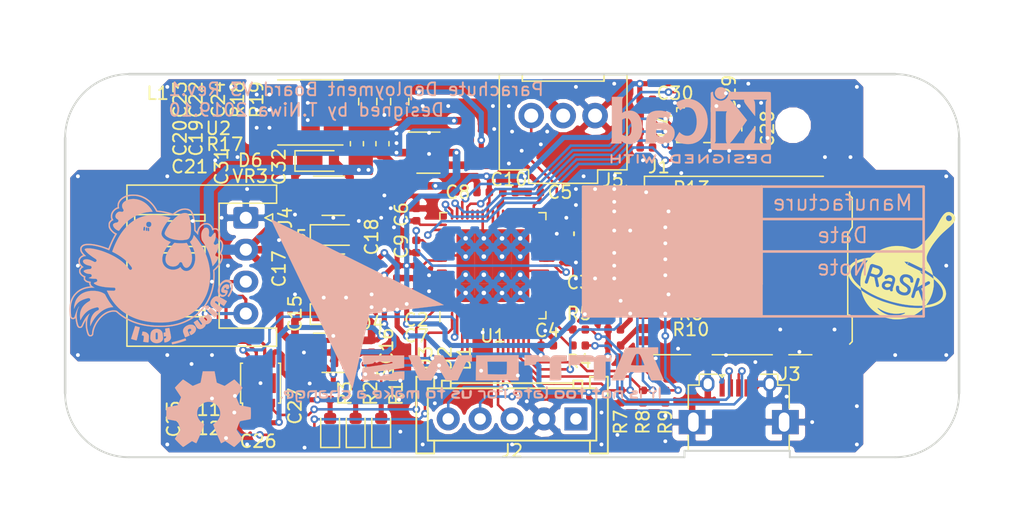
<source format=kicad_pcb>
(kicad_pcb (version 20171130) (host pcbnew "(5.0.2)-1")
  (layers (0 F.Cu signal) (31 B.Cu signal) (34 B.Paste user) (35 F.Paste user) (36 B.SilkS user) (37 F.SilkS user) (38 B.Mask user) (39 F.Mask user) (44 Edge.Cuts user))
  (net 0 "")
  (net 1 GND)
  (net 2 +3V3)
  (net 3 "Net-(C9-Pad2)")
  (net 4 "Net-(C10-Pad2)")
  (net 5 "Net-(C11-Pad2)")
  (net 6 "Net-(C12-Pad2)")
  (net 7 VCC)
  (net 8 +5V)
  (net 9 +6V)
  (net 10 "Net-(C24-Pad1)")
  (net 11 "Net-(C24-Pad2)")
  (net 12 "Net-(D1-Pad2)")
  (net 13 "Net-(D2-Pad2)")
  (net 14 "Net-(D3-Pad2)")
  (net 15 "Net-(J1-Pad9)")
  (net 16 "Net-(J1-Pad8)")
  (net 17 "Net-(J1-Pad1)")
  (net 18 /SD_CS)
  (net 19 /SD_MOSI)
  (net 20 /SD_CLK)
  (net 21 /SD_MISO)
  (net 22 "Net-(J1-Pad10)")
  (net 23 "Net-(J2-Pad1)")
  (net 24 "Net-(J2-Pad3)")
  (net 25 "Net-(J2-Pad4)")
  (net 26 "Net-(J2-Pad5)")
  (net 27 "Net-(J3-Pad1)")
  (net 28 "Net-(J3-Pad2)")
  (net 29 "Net-(J3-Pad3)")
  (net 30 "Net-(J3-Pad4)")
  (net 31 /CAN_L)
  (net 32 /CAN_H)
  (net 33 /Servo)
  (net 34 "Net-(R1-Pad1)")
  (net 35 "Net-(R2-Pad1)")
  (net 36 "Net-(R4-Pad2)")
  (net 37 "Net-(R5-Pad2)")
  (net 38 /CAN_TXD)
  (net 39 /CAN_STB)
  (net 40 "Net-(U1-Pad18)")
  (net 41 "Net-(U1-Pad19)")
  (net 42 "Net-(U1-Pad20)")
  (net 43 "Net-(U1-Pad21)")
  (net 44 "Net-(U1-Pad29)")
  (net 45 "Net-(U1-Pad30)")
  (net 46 "Net-(U1-Pad31)")
  (net 47 "Net-(U1-Pad32)")
  (net 48 "Net-(U1-Pad33)")
  (net 49 "Net-(U1-Pad38)")
  (net 50 "Net-(U1-Pad39)")
  (net 51 "Net-(U1-Pad40)")
  (net 52 "Net-(U1-Pad41)")
  (net 53 "Net-(U1-Pad46)")
  (net 54 "Net-(U1-Pad47)")
  (net 55 /LPS_MOSI)
  (net 56 /LPS_MISO)
  (net 57 /LPS_CLK)
  (net 58 /LPS_CS)
  (net 59 /LPS_INT)
  (net 60 "Net-(U1-Pad54)")
  (net 61 "Net-(U1-Pad55)")
  (net 62 "Net-(U1-Pad56)")
  (net 63 "Net-(U1-Pad60)")
  (net 64 "Net-(U1-Pad61)")
  (net 65 "Net-(U1-Pad62)")
  (net 66 "Net-(U1-Pad63)")
  (net 67 "Net-(U1-Pad64)")
  (net 68 "Net-(U1-Pad65)")
  (net 69 "Net-(U1-Pad66)")
  (net 70 /CAN_RXD)
  (net 71 "Net-(VR1-Pad4)")
  (net 72 "Net-(VR2-Pad4)")
  (net 73 "Net-(C25-Pad2)")
  (net 74 "Net-(U1-Pad36)")
  (net 75 "Net-(U1-Pad37)")
  (net 76 "Net-(VR3-Pad4)")
  (net 77 +3.3VP)
  (net 78 "Net-(R17-Pad2)")
  (net 79 "Net-(R18-Pad1)")
  (module Package_LGA:ST_HLGA-10_2.5x2.5mm_P0.6mm_LayoutBorder3x2y (layer F.Cu) (at 164.25 79 270)
    (fp_text reference U4 (at 0 2.25 270) (layer F.SilkS))
    (fp_text value LPS22HB)
    (pad 1 smd roundrect (at -0.925 -0.3 270) (size 0.55 0.4) (layers F.Cu F.Paste F.Mask) (net 2 +3V3))
    (pad 2 smd roundrect (at -0.925 0.3 270) (size 0.55 0.4) (layers F.Cu F.Paste F.Mask) (net 57 /LPS_CLK))
    (pad 3 smd roundrect (at -0.6 0.925 270) (size 0.4 0.55) (layers F.Cu F.Paste F.Mask) (net 1 GND))
    (pad 4 smd roundrect (at 0 0.925 270) (size 0.4 0.55) (layers F.Cu F.Paste F.Mask) (net 55 /LPS_MOSI))
    (pad 5 smd roundrect (at 0.6 0.925 270) (size 0.4 0.55) (layers F.Cu F.Paste F.Mask) (net 56 /LPS_MISO))
    (pad 6 smd roundrect (at 0.925 0.3 270) (size 0.55 0.4) (layers F.Cu F.Paste F.Mask) (net 58 /LPS_CS))
    (pad 7 smd roundrect (at 0.925 -0.3 270) (size 0.55 0.4) (layers F.Cu F.Paste F.Mask) (net 59 /LPS_INT))
    (pad 8 smd roundrect (at 0.6 -0.925 270) (size 0.4 0.55) (layers F.Cu F.Paste F.Mask) (net 1 GND))
    (pad 9 smd roundrect (at 0 -0.925 270) (size 0.4 0.55) (layers F.Cu F.Paste F.Mask) (net 1 GND))
    (pad 10 smd roundrect (at -0.6 -0.925 270) (size 0.4 0.55) (layers F.Cu F.Paste F.Mask) (net 2 +3V3))
  )
  (module Capacitor_SMD:C_0402_1005Metric (layer F.Cu) (at 165.25 76.5 180)
    (fp_text reference C30 (at 2.485 0 180) (layer F.SilkS))
    (fp_text value 0.1u)
    (pad 2 smd roundrect (at 0.485 0 180) (size 0.59 0.64) (layers F.Cu F.Paste F.Mask) (net 2 +3V3))
    (pad 1 smd roundrect (at -0.485 0 180) (size 0.59 0.64) (layers F.Cu F.Paste F.Mask) (net 1 GND))
  )
  (module Resistor_SMD:R_0402_1005Metric (layer F.Cu) (at 158.015 96.25)
    (fp_text reference R10 (at 5.985 -1.25) (layer F.SilkS))
    (fp_text value 22k)
    (pad 2 smd roundrect (at 0.485 0) (size 0.59 0.64) (layers F.Cu F.Paste F.Mask) (net 16 "Net-(J1-Pad8)"))
    (pad 1 smd roundrect (at -0.485 0) (size 0.59 0.64) (layers F.Cu F.Paste F.Mask) (net 77 +3.3VP))
  )
  (module Resistor_SMD:R_0402_1005Metric (layer F.Cu) (at 162 100.25 90)
    (fp_text reference R9 (at -2 0 90) (layer F.SilkS))
    (fp_text value 22k)
    (pad 1 smd roundrect (at -0.485 0 90) (size 0.59 0.64) (layers F.Cu F.Paste F.Mask) (net 77 +3.3VP))
    (pad 2 smd roundrect (at 0.485 0 90) (size 0.59 0.64) (layers F.Cu F.Paste F.Mask) (net 21 /SD_MISO))
  )
  (module Resistor_SMD:R_0402_1005Metric (layer F.Cu) (at 160.25 100.25 90)
    (fp_text reference R8 (at -2 0 90) (layer F.SilkS))
    (fp_text value 22k)
    (pad 1 smd roundrect (at -0.485 0 90) (size 0.59 0.64) (layers F.Cu F.Paste F.Mask) (net 77 +3.3VP))
    (pad 2 smd roundrect (at 0.485 0 90) (size 0.59 0.64) (layers F.Cu F.Paste F.Mask) (net 19 /SD_MOSI))
  )
  (module Resistor_SMD:R_0402_1005Metric (layer F.Cu) (at 158 95)
    (fp_text reference R6 (at 6 -1.25) (layer F.SilkS))
    (fp_text value 22k)
    (pad 1 smd roundrect (at -0.485 0) (size 0.59 0.64) (layers F.Cu F.Paste F.Mask) (net 77 +3.3VP))
    (pad 2 smd roundrect (at 0.485 0) (size 0.59 0.64) (layers F.Cu F.Paste F.Mask) (net 17 "Net-(J1-Pad1)"))
  )
  (module Resistor_SMD:R_0402_1005Metric (layer F.Cu) (at 158.5 100.25 90)
    (fp_text reference R7 (at -2 0 90) (layer F.SilkS))
    (fp_text value 22k)
    (pad 2 smd roundrect (at 0.485 0 90) (size 0.59 0.64) (layers F.Cu F.Paste F.Mask) (net 18 /SD_CS))
    (pad 1 smd roundrect (at -0.485 0 90) (size 0.59 0.64) (layers F.Cu F.Paste F.Mask) (net 77 +3.3VP))
  )
  (module Inductor_SMD:L_Taiyo-Yuden_NR-50xx (layer F.Cu) (at 134.2 78 180)
    (fp_text reference L1 (at 11.95 1.5 180) (layer F.SilkS))
    (fp_text value 4.7u)
    (pad 1 smd rect (at -1.8 0 180) (size 1.5 4.2) (layers F.Cu F.Paste F.Mask) (net 9 +6V))
    (pad 2 smd rect (at 1.8 0 180) (size 1.5 4.2) (layers F.Cu F.Paste F.Mask) (net 10 "Net-(C24-Pad1)"))
  )
  (module Diode_SMD:D_TUMD2 (layer F.Cu) (at 134.8 81.8)
    (fp_text reference D6 (at -5.3 -0.05) (layer F.SilkS))
    (fp_text value RSX101VA)
    (pad 2 smd rect (at 1.25 0 180) (size 0.8 1.1) (layers F.Cu F.Paste F.Mask) (net 2 +3V3))
    (pad 1 smd rect (at -0.65 0 180) (size 2 1.1) (layers F.Cu F.Paste F.Mask) (net 7 VCC))
  )
  (module KUTKiCad_footprint:Hirose_DF1E_DF1E-3P-2.5DS_1x03_P2.5mm_Vertical (layer F.Cu) (at 156.5 78.25 180)
    (fp_text reference J5 (at -1.4 -5.05 180) (layer F.SilkS))
    (fp_text value Servo)
    (pad 1 thru_hole circle (at 0 0 180) (size 2 2) (drill 1.1) (layers *.Cu *.Mask) (net 1 GND))
    (pad 2 thru_hole circle (at 2.5 0 180) (size 2 2) (drill 1.1) (layers *.Cu *.Mask) (net 9 +6V))
    (pad 3 thru_hole circle (at 5 0 180) (size 2 2) (drill 1.1) (layers *.Cu *.Mask) (net 33 /Servo))
  )
  (module Resistor_SMD:R_0402_1005Metric (layer F.Cu) (at 155.25 96.25 180)
    (fp_text reference R4 (at 0 -1.25 180) (layer F.SilkS))
    (fp_text value 22)
    (pad 2 smd roundrect (at 0.485 0 180) (size 0.59 0.64) (layers F.Cu F.Paste F.Mask) (net 36 "Net-(R4-Pad2)"))
    (pad 1 smd roundrect (at -0.485 0 180) (size 0.59 0.64) (layers F.Cu F.Paste F.Mask) (net 29 "Net-(J3-Pad3)"))
  )
  (module MountingHole:MountingHole_3.2mm_M3 (layer F.Cu) (at 180 80)
    (fp_text reference REF** hide)
    (fp_text value MountingHole_3.2mm_M3 hide)
    (pad 1 np_thru_hole circle (at 0 0) (size 3.2 3.2) (drill 3.2) (layers *.Cu *.Mask))
  )
  (module MountingHole:MountingHole_3.2mm_M3 (layer F.Cu) (at 180 100)
    (fp_text reference REF** hide)
    (fp_text value MountingHole_3.2mm_M3 hide)
    (pad 1 np_thru_hole circle (at 0 0) (size 3.2 3.2) (drill 3.2) (layers *.Cu *.Mask))
  )
  (module MountingHole:MountingHole_3.2mm_M3 (layer F.Cu) (at 120 100)
    (fp_text reference REF** hide)
    (fp_text value MountingHole_3.2mm_M3 hide)
    (pad 1 np_thru_hole circle (at 0 0) (size 3.2 3.2) (drill 3.2) (layers *.Cu *.Mask))
  )
  (module Capacitor_SMD:C_0402_1005Metric (layer F.Cu) (at 141 90.485 270)
    (fp_text reference C1 (at 2.015 0 270) (layer F.SilkS))
    (fp_text value 1u)
    (pad 2 smd roundrect (at 0.485 0 270) (size 0.59 0.64) (layers F.Cu F.Paste F.Mask) (net 1 GND))
    (pad 1 smd roundrect (at -0.485 0 270) (size 0.59 0.64) (layers F.Cu F.Paste F.Mask) (net 2 +3V3))
  )
  (module Capacitor_SMD:C_0402_1005Metric (layer F.Cu) (at 142.5 90.5 270)
    (fp_text reference C2 (at 3.75 0 180) (layer F.SilkS))
    (fp_text value 0.1u)
    (pad 1 smd roundrect (at -0.485 0 270) (size 0.59 0.64) (layers F.Cu F.Paste F.Mask) (net 2 +3V3))
    (pad 2 smd roundrect (at 0.485 0 270) (size 0.59 0.64) (layers F.Cu F.Paste F.Mask) (net 1 GND))
  )
  (module Capacitor_SMD:C_0402_1005Metric (layer F.Cu) (at 155.235 92.5)
    (fp_text reference C3 (at 0 -1.17) (layer F.SilkS))
    (fp_text value 0.1u)
    (pad 2 smd roundrect (at 0.485 0) (size 0.59 0.64) (layers F.Cu F.Paste F.Mask) (net 1 GND))
    (pad 1 smd roundrect (at -0.485 0) (size 0.59 0.64) (layers F.Cu F.Paste F.Mask) (net 2 +3V3))
  )
  (module Capacitor_SMD:C_0402_1005Metric (layer F.Cu) (at 152.75 96.25)
    (fp_text reference C4 (at 0 -1.17) (layer F.SilkS))
    (fp_text value 0.1u)
    (pad 1 smd roundrect (at -0.485 0) (size 0.59 0.64) (layers F.Cu F.Paste F.Mask) (net 2 +3V3))
    (pad 2 smd roundrect (at 0.485 0) (size 0.59 0.64) (layers F.Cu F.Paste F.Mask) (net 1 GND))
  )
  (module Capacitor_SMD:C_0402_1005Metric (layer F.Cu) (at 151.735 84.25 180)
    (fp_text reference C5 (at -2.015 0 180) (layer F.SilkS))
    (fp_text value 0.1u)
    (pad 1 smd roundrect (at -0.485 0 180) (size 0.59 0.64) (layers F.Cu F.Paste F.Mask) (net 2 +3V3))
    (pad 2 smd roundrect (at 0.485 0 180) (size 0.59 0.64) (layers F.Cu F.Paste F.Mask) (net 1 GND))
  )
  (module Capacitor_SMD:C_0402_1005Metric (layer F.Cu) (at 142.5 86 90)
    (fp_text reference C6 (at 0 -1.17 90) (layer F.SilkS))
    (fp_text value 0.1u)
    (pad 2 smd roundrect (at 0.485 0 90) (size 0.59 0.64) (layers F.Cu F.Paste F.Mask) (net 1 GND))
    (pad 1 smd roundrect (at -0.485 0 90) (size 0.59 0.64) (layers F.Cu F.Paste F.Mask) (net 2 +3V3))
  )
  (module Capacitor_SMD:C_0402_1005Metric (layer F.Cu) (at 142.5 92.5 90)
    (fp_text reference C7 (at -3 0 180) (layer F.SilkS))
    (fp_text value 0.1u)
    (pad 2 smd roundrect (at 0.485 0 90) (size 0.59 0.64) (layers F.Cu F.Paste F.Mask) (net 1 GND))
    (pad 1 smd roundrect (at -0.485 0 90) (size 0.59 0.64) (layers F.Cu F.Paste F.Mask) (net 2 +3V3))
  )
  (module Capacitor_SMD:C_0402_1005Metric (layer F.Cu) (at 147.735 84.25 180)
    (fp_text reference C8 (at 1.985 0 180) (layer F.SilkS))
    (fp_text value 0.1u)
    (pad 1 smd roundrect (at -0.485 0 180) (size 0.59 0.64) (layers F.Cu F.Paste F.Mask) (net 2 +3V3))
    (pad 2 smd roundrect (at 0.485 0 180) (size 0.59 0.64) (layers F.Cu F.Paste F.Mask) (net 1 GND))
  )
  (module Capacitor_SMD:C_0402_1005Metric (layer F.Cu) (at 142.5 88.5 90)
    (fp_text reference C9 (at 0 -1.17 90) (layer F.SilkS))
    (fp_text value 1u)
    (pad 2 smd roundrect (at 0.485 0 90) (size 0.59 0.64) (layers F.Cu F.Paste F.Mask) (net 3 "Net-(C9-Pad2)"))
    (pad 1 smd roundrect (at -0.485 0 90) (size 0.59 0.64) (layers F.Cu F.Paste F.Mask) (net 1 GND))
  )
  (module Capacitor_SMD:C_0402_1005Metric (layer F.Cu) (at 149.765 84.25 180)
    (fp_text reference C10 (at 0.015 1 180) (layer F.SilkS))
    (fp_text value 1u)
    (pad 1 smd roundrect (at -0.485 0 180) (size 0.59 0.64) (layers F.Cu F.Paste F.Mask) (net 1 GND))
    (pad 2 smd roundrect (at 0.485 0 180) (size 0.59 0.64) (layers F.Cu F.Paste F.Mask) (net 4 "Net-(C10-Pad2)"))
  )
  (module Capacitor_SMD:C_0402_1005Metric (layer F.Cu) (at 156.485 85 180)
    (fp_text reference C11 (at -2.015 0 270) (layer F.SilkS))
    (fp_text value 9p)
    (pad 1 smd roundrect (at -0.485 0 180) (size 0.59 0.64) (layers F.Cu F.Paste F.Mask) (net 1 GND))
    (pad 2 smd roundrect (at 0.485 0 180) (size 0.59 0.64) (layers F.Cu F.Paste F.Mask) (net 5 "Net-(C11-Pad2)"))
  )
  (module Capacitor_SMD:C_0402_1005Metric (layer F.Cu) (at 156.485 90 180)
    (fp_text reference C12 (at -2.015 0 270) (layer F.SilkS))
    (fp_text value 9p)
    (pad 2 smd roundrect (at 0.485 0 180) (size 0.59 0.64) (layers F.Cu F.Paste F.Mask) (net 6 "Net-(C12-Pad2)"))
    (pad 1 smd roundrect (at -0.485 0 180) (size 0.59 0.64) (layers F.Cu F.Paste F.Mask) (net 1 GND))
  )
  (module Capacitor_SMD:C_0402_1005Metric (layer F.Cu) (at 157.25 93.75 180)
    (fp_text reference C13 (at -6.75 1.5 180) (layer F.SilkS))
    (fp_text value 1u)
    (pad 1 smd roundrect (at -0.485 0 180) (size 0.59 0.64) (layers F.Cu F.Paste F.Mask) (net 77 +3.3VP))
    (pad 2 smd roundrect (at 0.485 0 180) (size 0.59 0.64) (layers F.Cu F.Paste F.Mask) (net 1 GND))
  )
  (module Capacitor_SMD:C_0402_1005Metric (layer F.Cu) (at 157.25 92.5 180)
    (fp_text reference C14 (at -6.75 1.5 180) (layer F.SilkS))
    (fp_text value 0.1u)
    (pad 1 smd roundrect (at -0.485 0 180) (size 0.59 0.64) (layers F.Cu F.Paste F.Mask) (net 77 +3.3VP))
    (pad 2 smd roundrect (at 0.485 0 180) (size 0.59 0.64) (layers F.Cu F.Paste F.Mask) (net 1 GND))
  )
  (module Capacitor_SMD:C_0402_1005Metric (layer F.Cu) (at 133 96.315 270)
    (fp_text reference C15 (at -2.565 0 270) (layer F.SilkS))
    (fp_text value 1u)
    (pad 2 smd roundrect (at 0.485 0 270) (size 0.59 0.64) (layers F.Cu F.Paste F.Mask) (net 1 GND))
    (pad 1 smd roundrect (at -0.485 0 270) (size 0.59 0.64) (layers F.Cu F.Paste F.Mask) (net 7 VCC))
  )
  (module Capacitor_SMD:C_0402_1005Metric (layer F.Cu) (at 139 96.3 270)
    (fp_text reference C16 (at 0 -1.17 270) (layer F.SilkS))
    (fp_text value 1u)
    (pad 1 smd roundrect (at -0.485 0 270) (size 0.59 0.64) (layers F.Cu F.Paste F.Mask) (net 8 +5V))
    (pad 2 smd roundrect (at 0.485 0 270) (size 0.59 0.64) (layers F.Cu F.Paste F.Mask) (net 1 GND))
  )
  (module Capacitor_SMD:C_0402_1005Metric (layer F.Cu) (at 133 90.1 270)
    (fp_text reference C17 (at 0.15 1.25 270) (layer F.SilkS))
    (fp_text value 1u)
    (pad 2 smd roundrect (at 0.485 0 270) (size 0.59 0.64) (layers F.Cu F.Paste F.Mask) (net 1 GND))
    (pad 1 smd roundrect (at -0.485 0 270) (size 0.59 0.64) (layers F.Cu F.Paste F.Mask) (net 7 VCC))
  )
  (module Capacitor_SMD:C_0402_1005Metric (layer F.Cu) (at 139 90.1 270)
    (fp_text reference C18 (at -2.35 0 270) (layer F.SilkS))
    (fp_text value 1u)
    (pad 2 smd roundrect (at 0.485 0 270) (size 0.59 0.64) (layers F.Cu F.Paste F.Mask) (net 1 GND))
    (pad 1 smd roundrect (at -0.485 0 270) (size 0.59 0.64) (layers F.Cu F.Paste F.Mask) (net 77 +3.3VP))
  )
  (module Capacitor_SMD:C_0603_1608Metric (layer F.Cu) (at 139.85 80.45 270)
    (fp_text reference C19 (at -0.45 14.6 270) (layer F.SilkS))
    (fp_text value 10u)
    (pad 2 smd roundrect (at 0.7875 0 270) (size 0.875 0.95) (layers F.Cu F.Paste F.Mask) (net 7 VCC))
    (pad 1 smd roundrect (at -0.7875 0 270) (size 0.875 0.95) (layers F.Cu F.Paste F.Mask) (net 1 GND))
  )
  (module Capacitor_SMD:C_0603_1608Metric (layer F.Cu) (at 137.85 80.45 270)
    (fp_text reference C20 (at -0.45 13.85 270) (layer F.SilkS))
    (fp_text value 10u)
    (pad 1 smd roundrect (at -0.7875 0 270) (size 0.875 0.95) (layers F.Cu F.Paste F.Mask) (net 1 GND))
    (pad 2 smd roundrect (at 0.7875 0 270) (size 0.875 0.95) (layers F.Cu F.Paste F.Mask) (net 7 VCC))
  )
  (module Capacitor_SMD:C_0402_1005Metric (layer F.Cu) (at 140.365 82.55 180)
    (fp_text reference C21 (at 15.615 0.3 180) (layer F.SilkS))
    (fp_text value 0.1u)
    (pad 1 smd roundrect (at -0.485 0 180) (size 0.59 0.64) (layers F.Cu F.Paste F.Mask) (net 7 VCC))
    (pad 2 smd roundrect (at 0.485 0 180) (size 0.59 0.64) (layers F.Cu F.Paste F.Mask) (net 1 GND))
  )
  (module Capacitor_SMD:C_0805_2012Metric (layer F.Cu) (at 141.2 77.15 270)
    (fp_text reference C22 (at -0.15 15.95 270) (layer F.SilkS))
    (fp_text value 22u)
    (pad 1 smd roundrect (at -0.9375 0 270) (size 0.975 1.4) (layers F.Cu F.Paste F.Mask) (net 9 +6V))
    (pad 2 smd roundrect (at 0.9375 0 270) (size 0.975 1.4) (layers F.Cu F.Paste F.Mask) (net 1 GND))
  )
  (module Capacitor_SMD:C_0805_2012Metric (layer F.Cu) (at 138.7 77.15 270)
    (fp_text reference C23 (at -0.15 14.7 270) (layer F.SilkS))
    (fp_text value 22u)
    (pad 2 smd roundrect (at 0.9375 0 270) (size 0.975 1.4) (layers F.Cu F.Paste F.Mask) (net 1 GND))
    (pad 1 smd roundrect (at -0.9375 0 270) (size 0.975 1.4) (layers F.Cu F.Paste F.Mask) (net 9 +6V))
  )
  (module Capacitor_SMD:C_0402_1005Metric (layer F.Cu) (at 146.7 79.665 270)
    (fp_text reference C24 (at -2.665 19.7 270) (layer F.SilkS))
    (fp_text value 0.1u)
    (pad 1 smd roundrect (at -0.485 0 270) (size 0.59 0.64) (layers F.Cu F.Paste F.Mask) (net 10 "Net-(C24-Pad1)"))
    (pad 2 smd roundrect (at 0.485 0 270) (size 0.59 0.64) (layers F.Cu F.Paste F.Mask) (net 11 "Net-(C24-Pad2)"))
  )
  (module Capacitor_SMD:C_0402_1005Metric (layer F.Cu) (at 130.115 102.3)
    (fp_text reference C26 (at 0 1.45) (layer F.SilkS))
    (fp_text value 0.1u)
    (pad 2 smd roundrect (at 0.485 0) (size 0.59 0.64) (layers F.Cu F.Paste F.Mask) (net 8 +5V))
    (pad 1 smd roundrect (at -0.485 0) (size 0.59 0.64) (layers F.Cu F.Paste F.Mask) (net 1 GND))
  )
  (module Capacitor_SMD:C_0402_1005Metric (layer F.Cu) (at 133 98.4 270)
    (fp_text reference C27 (at 2.6 0 270) (layer F.SilkS))
    (fp_text value 0.1u)
    (pad 1 smd roundrect (at -0.485 0 270) (size 0.59 0.64) (layers F.Cu F.Paste F.Mask) (net 1 GND))
    (pad 2 smd roundrect (at 0.485 0 270) (size 0.59 0.64) (layers F.Cu F.Paste F.Mask) (net 2 +3V3))
  )
  (module LED_SMD:LED_0603_1608Metric (layer F.Cu) (at 139.75 102.75 90)
    (fp_text reference D1 (at 5.5 6.5 90) (layer F.SilkS))
    (fp_text value Yellow)
    (pad 1 smd roundrect (at -0.7875 0 90) (size 0.875 0.95) (layers F.Cu F.Paste F.Mask) (net 1 GND))
    (pad 2 smd roundrect (at 0.7875 0 90) (size 0.875 0.95) (layers F.Cu F.Paste F.Mask) (net 12 "Net-(D1-Pad2)"))
  )
  (module LED_SMD:LED_0603_1608Metric (layer F.Cu) (at 137.75 102.75 90)
    (fp_text reference D2 (at 5.5 7 90) (layer F.SilkS))
    (fp_text value Blue)
    (pad 1 smd roundrect (at -0.7875 0 90) (size 0.875 0.95) (layers F.Cu F.Paste F.Mask) (net 1 GND))
    (pad 2 smd roundrect (at 0.7875 0 90) (size 0.875 0.95) (layers F.Cu F.Paste F.Mask) (net 13 "Net-(D2-Pad2)"))
  )
  (module LED_SMD:LED_0603_1608Metric (layer F.Cu) (at 135.75 102.75 90)
    (fp_text reference D3 (at 5.5 7.5 90) (layer F.SilkS))
    (fp_text value Red)
    (pad 2 smd roundrect (at 0.7875 0 90) (size 0.875 0.95) (layers F.Cu F.Paste F.Mask) (net 14 "Net-(D3-Pad2)"))
    (pad 1 smd roundrect (at -0.7875 0 90) (size 0.875 0.95) (layers F.Cu F.Paste F.Mask) (net 1 GND))
  )
  (module Diode_SMD:D_TUMD2 (layer F.Cu) (at 136 93.8)
    (fp_text reference D4 (at 3 0.7) (layer F.SilkS))
    (fp_text value RSX101VA)
    (pad 1 smd rect (at -0.65 0 180) (size 2 1.1) (layers F.Cu F.Paste F.Mask) (net 7 VCC))
    (pad 2 smd rect (at 1.25 0 180) (size 0.8 1.1) (layers F.Cu F.Paste F.Mask) (net 8 +5V))
  )
  (module Diode_SMD:D_TUMD2 (layer F.Cu) (at 136 87.6)
    (fp_text reference D5 (at -3 0.15) (layer F.SilkS))
    (fp_text value RSX101VA)
    (pad 2 smd rect (at 1.25 0 180) (size 0.8 1.1) (layers F.Cu F.Paste F.Mask) (net 77 +3.3VP))
    (pad 1 smd rect (at -0.65 0 180) (size 2 1.1) (layers F.Cu F.Paste F.Mask) (net 7 VCC))
  )
  (module Connector_Card:microSD_HC_Hirose_DM3AT-SF-PEJM5 (layer F.Cu) (at 168.25 90 90)
    (fp_text reference J1 (at 7.75 -6.75) (layer F.SilkS))
    (fp_text value Micro_SD_Card_Det_Hirose_DM3AT)
    (pad 9 smd rect (at -5.875 -7.725 90) (size 0.7 1.2) (layers F.Cu F.Paste F.Mask) (net 15 "Net-(J1-Pad9)"))
    (pad 8 smd rect (at -4.925 -7.725 90) (size 0.7 1.2) (layers F.Cu F.Paste F.Mask) (net 16 "Net-(J1-Pad8)"))
    (pad 1 smd rect (at 2.775 -7.725 90) (size 0.7 1.2) (layers F.Cu F.Paste F.Mask) (net 17 "Net-(J1-Pad1)"))
    (pad 2 smd rect (at 1.675 -7.725 90) (size 0.7 1.2) (layers F.Cu F.Paste F.Mask) (net 18 /SD_CS))
    (pad 3 smd rect (at 0.575 -7.725 90) (size 0.7 1.2) (layers F.Cu F.Paste F.Mask) (net 19 /SD_MOSI))
    (pad 4 smd rect (at -0.525 -7.725 90) (size 0.7 1.2) (layers F.Cu F.Paste F.Mask) (net 77 +3.3VP))
    (pad 5 smd rect (at -1.625 -7.725 90) (size 0.7 1.2) (layers F.Cu F.Paste F.Mask) (net 20 /SD_CLK))
    (pad 6 smd rect (at -2.725 -7.725 90) (size 0.7 1.2) (layers F.Cu F.Paste F.Mask) (net 1 GND))
    (pad 7 smd rect (at -3.825 -7.725 90) (size 0.7 1.2) (layers F.Cu F.Paste F.Mask) (net 21 /SD_MISO))
    (pad 11 smd rect (at 4.325 -7.725 90) (size 1 1.2) (layers F.Cu F.Paste F.Mask) (net 1 GND))
    (pad 11 smd rect (at -6.825 -3.425 90) (size 1 1.2) (layers F.Cu F.Paste F.Mask) (net 1 GND))
    (pad 10 smd rect (at -6.825 2.775 90) (size 1 0.8) (layers F.Cu F.Paste F.Mask) (net 22 "Net-(J1-Pad10)"))
    (pad 11 smd rect (at -6.825 6.925 90) (size 1 2.8) (layers F.Cu F.Paste F.Mask) (net 1 GND))
    (pad 11 smd rect (at 6.675 7.375 90) (size 1.3 1.9) (layers F.Cu F.Paste F.Mask) (net 1 GND))
  )
  (module KUTKiCad_footprint:JST_JQ_05JQ-BT_1x05_P2.5mm_Vertical (layer F.Cu) (at 155 102)
    (fp_text reference J2 (at -5 2.5) (layer F.SilkS))
    (fp_text value KRC_Conn_SWD)
    (pad 1 thru_hole rect (at 0 0) (size 1.8 1.8) (drill 0.9) (layers *.Cu *.Mask) (net 23 "Net-(J2-Pad1)"))
    (pad 2 thru_hole circle (at -2.5 0) (size 1.8 1.8) (drill 0.9) (layers *.Cu *.Mask) (net 1 GND))
    (pad 3 thru_hole circle (at -5 0) (size 1.8 1.8) (drill 0.9) (layers *.Cu *.Mask) (net 24 "Net-(J2-Pad3)"))
    (pad 4 thru_hole circle (at -7.5 0) (size 1.8 1.8) (drill 0.9) (layers *.Cu *.Mask) (net 25 "Net-(J2-Pad4)"))
    (pad 5 thru_hole circle (at -10 0) (size 1.8 1.8) (drill 0.9) (layers *.Cu *.Mask) (net 26 "Net-(J2-Pad5)"))
  )
  (module KUTKiCad_footprint:Hirose_ZX_ZX62D-B-5P8 (layer F.Cu) (at 167.75 102.25)
    (fp_text reference J3 (at 4 -3.75) (layer F.SilkS))
    (fp_text value USB_B_Micro)
    (pad 1 smd rect (at -1.3 -2.675) (size 0.4 1.35) (layers F.Cu F.Paste F.Mask) (net 27 "Net-(J3-Pad1)"))
    (pad 2 smd rect (at -0.65 -2.675) (size 0.4 1.35) (layers F.Cu F.Paste F.Mask) (net 28 "Net-(J3-Pad2)"))
    (pad 3 smd rect (at 0 -2.675) (size 0.4 1.35) (layers F.Cu F.Paste F.Mask) (net 29 "Net-(J3-Pad3)"))
    (pad 4 smd rect (at 0.65 -2.675) (size 0.4 1.35) (layers F.Cu F.Paste F.Mask) (net 30 "Net-(J3-Pad4)"))
    (pad 5 smd rect (at 1.3 -2.675) (size 0.4 1.35) (layers F.Cu F.Paste F.Mask) (net 1 GND))
    (pad 5 thru_hole oval (at -2.425 -3) (size 1.05 1.25) (drill oval 0.65 0.85) (layers *.Cu *.Mask) (net 1 GND))
    (pad 5 thru_hole oval (at 2.425 -3) (size 1.05 1.25) (drill oval 0.65 0.85) (layers *.Cu *.Mask) (net 1 GND))
    (pad 5 thru_hole rect (at -3.55 0) (size 2.1 1.9) (drill oval 0.825 1.5 (offset -0.1 0)) (layers *.Cu *.Mask) (net 1 GND))
    (pad 5 thru_hole rect (at 3.55 0) (size 2.1 1.9) (drill oval 0.825 1.5 (offset 0.1 0)) (layers *.Cu *.Mask) (net 1 GND))
    (pad 5 smd rect (at -1.15 0) (size 1.8 1.9) (layers F.Cu F.Paste F.Mask) (net 1 GND))
    (pad 5 smd rect (at 1.15 0) (size 1.8 1.9) (layers F.Cu F.Paste F.Mask) (net 1 GND))
  )
  (module Connector_JST:JST_XH_S4B-XH-A_1x04_P2.50mm_Horizontal (layer F.Cu) (at 129.15 86.25 270)
    (fp_text reference J4 (at 0 -3.1 270) (layer F.SilkS))
    (fp_text value KRC_Conn_CAN)
    (pad 1 thru_hole roundrect (at 0 0 270) (size 1.7 1.95) (drill 0.95) (layers *.Cu *.Mask) (roundrect_rratio 0.147059) (net 1 GND))
    (pad 2 thru_hole oval (at 2.5 0 270) (size 1.7 1.95) (drill 0.95) (layers *.Cu *.Mask) (net 7 VCC))
    (pad 3 thru_hole oval (at 5 0 270) (size 1.7 1.95) (drill 0.95) (layers *.Cu *.Mask) (net 32 /CAN_H))
    (pad 4 thru_hole oval (at 7.5 0 270) (size 1.7 1.95) (drill 0.95) (layers *.Cu *.Mask) (net 31 /CAN_L))
  )
  (module Resistor_SMD:R_0402_1005Metric (layer F.Cu) (at 139.75 100 270)
    (fp_text reference R1 (at 0 -1.17 270) (layer F.SilkS))
    (fp_text value 1k)
    (pad 2 smd roundrect (at 0.485 0 270) (size 0.59 0.64) (layers F.Cu F.Paste F.Mask) (net 12 "Net-(D1-Pad2)"))
    (pad 1 smd roundrect (at -0.485 0 270) (size 0.59 0.64) (layers F.Cu F.Paste F.Mask) (net 34 "Net-(R1-Pad1)"))
  )
  (module Resistor_SMD:R_0402_1005Metric (layer F.Cu) (at 137.75 100 270)
    (fp_text reference R2 (at 0 -1.17 270) (layer F.SilkS))
    (fp_text value 1k)
    (pad 1 smd roundrect (at -0.485 0 270) (size 0.59 0.64) (layers F.Cu F.Paste F.Mask) (net 35 "Net-(R2-Pad1)"))
    (pad 2 smd roundrect (at 0.485 0 270) (size 0.59 0.64) (layers F.Cu F.Paste F.Mask) (net 13 "Net-(D2-Pad2)"))
  )
  (module Resistor_SMD:R_0402_1005Metric (layer F.Cu) (at 135.75 100 270)
    (fp_text reference R3 (at 0 -1.17 270) (layer F.SilkS))
    (fp_text value 1k)
    (pad 2 smd roundrect (at 0.485 0 270) (size 0.59 0.64) (layers F.Cu F.Paste F.Mask) (net 14 "Net-(D3-Pad2)"))
    (pad 1 smd roundrect (at -0.485 0 270) (size 0.59 0.64) (layers F.Cu F.Paste F.Mask) (net 7 VCC))
  )
  (module Resistor_SMD:R_0402_1005Metric (layer F.Cu) (at 155.25 95 180)
    (fp_text reference R5 (at 0 1.25 180) (layer F.SilkS))
    (fp_text value 22)
    (pad 2 smd roundrect (at 0.485 0 180) (size 0.59 0.64) (layers F.Cu F.Paste F.Mask) (net 37 "Net-(R5-Pad2)"))
    (pad 1 smd roundrect (at -0.485 0 180) (size 0.59 0.64) (layers F.Cu F.Paste F.Mask) (net 28 "Net-(J3-Pad2)"))
  )
  (module Resistor_SMD:R_0402_1005Metric (layer F.Cu) (at 127.015 99.25)
    (fp_text reference R11 (at -1.265 2) (layer F.SilkS))
    (fp_text value 56)
    (pad 1 smd roundrect (at -0.485 0) (size 0.59 0.64) (layers F.Cu F.Paste F.Mask) (net 73 "Net-(C25-Pad2)"))
    (pad 2 smd roundrect (at 0.485 0) (size 0.59 0.64) (layers F.Cu F.Paste F.Mask) (net 32 /CAN_H))
  )
  (module Resistor_SMD:R_0402_1005Metric (layer F.Cu) (at 127.015 98 180)
    (fp_text reference R12 (at 1.265 -4.75 180) (layer F.SilkS))
    (fp_text value 56)
    (pad 1 smd roundrect (at -0.485 0 180) (size 0.59 0.64) (layers F.Cu F.Paste F.Mask) (net 31 /CAN_L))
    (pad 2 smd roundrect (at 0.485 0 180) (size 0.59 0.64) (layers F.Cu F.Paste F.Mask) (net 73 "Net-(C25-Pad2)"))
  )
  (module KUTKiCad_footprint:Cypress_QFN-68_EP_8x8_Pitch0.4mm (layer F.Cu) (at 148.5 90 90)
    (fp_text reference U1 (at -5.5 0) (layer F.SilkS))
    (fp_text value CY8C58xxLTI-LPxxx)
    (pad 1 smd oval (at -4 -3.2 180) (size 0.2 0.8) (layers F.Cu F.Paste F.Mask) (net 38 /CAN_TXD))
    (pad 2 smd oval (at -4 -2.8 180) (size 0.2 0.8) (layers F.Cu F.Paste F.Mask) (net 39 /CAN_STB))
    (pad 3 smd oval (at -4 -2.4 180) (size 0.2 0.8) (layers F.Cu F.Paste F.Mask) (net 35 "Net-(R2-Pad1)"))
    (pad 4 smd oval (at -4 -2 180) (size 0.2 0.8) (layers F.Cu F.Paste F.Mask) (net 34 "Net-(R1-Pad1)"))
    (pad 5 smd oval (at -4 -1.6 180) (size 0.2 0.8) (layers F.Cu F.Paste F.Mask) (net 1 GND))
    (pad 6 smd oval (at -4 -1.2 180) (size 0.2 0.8) (layers F.Cu F.Paste F.Mask) (net 1 GND))
    (pad 7 smd oval (at -4 -0.8 180) (size 0.2 0.8) (layers F.Cu F.Paste F.Mask) (net 1 GND))
    (pad 8 smd oval (at -4 -0.4 180) (size 0.2 0.8) (layers F.Cu F.Paste F.Mask) (net 1 GND))
    (pad 9 smd oval (at -4 0 180) (size 0.2 0.8) (layers F.Cu F.Paste F.Mask) (net 1 GND))
    (pad 10 smd oval (at -4 0.4 180) (size 0.2 0.8) (layers F.Cu F.Paste F.Mask) (net 24 "Net-(J2-Pad3)"))
    (pad 11 smd oval (at -4 0.8 180) (size 0.2 0.8) (layers F.Cu F.Paste F.Mask) (net 26 "Net-(J2-Pad5)"))
    (pad 12 smd oval (at -4 1.2 180) (size 0.2 0.8) (layers F.Cu F.Paste F.Mask) (net 25 "Net-(J2-Pad4)"))
    (pad 13 smd oval (at -4 1.6 180) (size 0.2 0.8) (layers F.Cu F.Paste F.Mask) (net 18 /SD_CS))
    (pad 14 smd oval (at -4 2 180) (size 0.2 0.8) (layers F.Cu F.Paste F.Mask) (net 19 /SD_MOSI))
    (pad 15 smd oval (at -4 2.4 180) (size 0.2 0.8) (layers F.Cu F.Paste F.Mask) (net 20 /SD_CLK))
    (pad 16 smd oval (at -4 2.8 180) (size 0.2 0.8) (layers F.Cu F.Paste F.Mask) (net 21 /SD_MISO))
    (pad 17 smd oval (at -4 3.2 180) (size 0.2 0.8) (layers F.Cu F.Paste F.Mask) (net 2 +3V3))
    (pad 18 smd oval (at -3.2 4 90) (size 0.2 0.8) (layers F.Cu F.Paste F.Mask) (net 40 "Net-(U1-Pad18)"))
    (pad 19 smd oval (at -2.8 4 90) (size 0.2 0.8) (layers F.Cu F.Paste F.Mask) (net 41 "Net-(U1-Pad19)"))
    (pad 20 smd oval (at -2.4 4 90) (size 0.2 0.8) (layers F.Cu F.Paste F.Mask) (net 42 "Net-(U1-Pad20)"))
    (pad 21 smd oval (at -2 4 90) (size 0.2 0.8) (layers F.Cu F.Paste F.Mask) (net 43 "Net-(U1-Pad21)"))
    (pad 22 smd oval (at -1.6 4 90) (size 0.2 0.8) (layers F.Cu F.Paste F.Mask) (net 36 "Net-(R4-Pad2)"))
    (pad 23 smd oval (at -1.2 4 90) (size 0.2 0.8) (layers F.Cu F.Paste F.Mask) (net 37 "Net-(R5-Pad2)"))
    (pad 24 smd oval (at -0.8 4 90) (size 0.2 0.8) (layers F.Cu F.Paste F.Mask) (net 2 +3V3))
    (pad 25 smd oval (at -0.4 4 90) (size 0.2 0.8) (layers F.Cu F.Paste F.Mask) (net 1 GND))
    (pad 26 smd oval (at 0 4 90) (size 0.2 0.8) (layers F.Cu F.Paste F.Mask) (net 3 "Net-(C9-Pad2)"))
    (pad 27 smd oval (at 0.4 4 90) (size 0.2 0.8) (layers F.Cu F.Paste F.Mask) (net 6 "Net-(C12-Pad2)"))
    (pad 28 smd oval (at 0.8 4 90) (size 0.2 0.8) (layers F.Cu F.Paste F.Mask) (net 5 "Net-(C11-Pad2)"))
    (pad 29 smd oval (at 1.2 4 90) (size 0.2 0.8) (layers F.Cu F.Paste F.Mask) (net 44 "Net-(U1-Pad29)"))
    (pad 30 smd oval (at 1.6 4 90) (size 0.2 0.8) (layers F.Cu F.Paste F.Mask) (net 45 "Net-(U1-Pad30)"))
    (pad 31 smd oval (at 2 4 90) (size 0.2 0.8) (layers F.Cu F.Paste F.Mask) (net 46 "Net-(U1-Pad31)"))
    (pad 32 smd oval (at 2.4 4 90) (size 0.2 0.8) (layers F.Cu F.Paste F.Mask) (net 47 "Net-(U1-Pad32)"))
    (pad 33 smd oval (at 2.8 4 90) (size 0.2 0.8) (layers F.Cu F.Paste F.Mask) (net 48 "Net-(U1-Pad33)"))
    (pad 34 smd oval (at 3.2 4 90) (size 0.2 0.8) (layers F.Cu F.Paste F.Mask) (net 33 /Servo))
    (pad 35 smd oval (at 4 3.2 180) (size 0.2 0.8) (layers F.Cu F.Paste F.Mask) (net 2 +3V3))
    (pad 36 smd oval (at 4 2.8 180) (size 0.2 0.8) (layers F.Cu F.Paste F.Mask) (net 74 "Net-(U1-Pad36)"))
    (pad 37 smd oval (at 4 2.4 180) (size 0.2 0.8) (layers F.Cu F.Paste F.Mask) (net 75 "Net-(U1-Pad37)"))
    (pad 38 smd oval (at 4 2 180) (size 0.2 0.8) (layers F.Cu F.Paste F.Mask) (net 49 "Net-(U1-Pad38)"))
    (pad 39 smd oval (at 4 1.6 180) (size 0.2 0.8) (layers F.Cu F.Paste F.Mask) (net 50 "Net-(U1-Pad39)"))
    (pad 40 smd oval (at 4 1.2 180) (size 0.2 0.8) (layers F.Cu F.Paste F.Mask) (net 51 "Net-(U1-Pad40)"))
    (pad 41 smd oval (at 4 0.8 180) (size 0.2 0.8) (layers F.Cu F.Paste F.Mask) (net 52 "Net-(U1-Pad41)"))
    (pad 42 smd oval (at 4 0.4 180) (size 0.2 0.8) (layers F.Cu F.Paste F.Mask) (net 4 "Net-(C10-Pad2)"))
    (pad 43 smd oval (at 4 0 180) (size 0.2 0.8) (layers F.Cu F.Paste F.Mask) (net 1 GND))
    (pad 44 smd oval (at 4 -0.4 180) (size 0.2 0.8) (layers F.Cu F.Paste F.Mask) (net 2 +3V3))
    (pad 45 smd oval (at 4 -0.8 180) (size 0.2 0.8) (layers F.Cu F.Paste F.Mask) (net 1 GND))
    (pad 46 smd oval (at 4 -1.2 180) (size 0.2 0.8) (layers F.Cu F.Paste F.Mask) (net 53 "Net-(U1-Pad46)"))
    (pad 47 smd oval (at 4 -1.6 180) (size 0.2 0.8) (layers F.Cu F.Paste F.Mask) (net 54 "Net-(U1-Pad47)"))
    (pad 48 smd oval (at 4 -2 180) (size 0.2 0.8) (layers F.Cu F.Paste F.Mask) (net 55 /LPS_MOSI))
    (pad 49 smd oval (at 4 -2.4 180) (size 0.2 0.8) (layers F.Cu F.Paste F.Mask) (net 57 /LPS_CLK))
    (pad 50 smd oval (at 4 -2.8 180) (size 0.2 0.8) (layers F.Cu F.Paste F.Mask) (net 56 /LPS_MISO))
    (pad 51 smd oval (at 4 -3.2 180) (size 0.2 0.8) (layers F.Cu F.Paste F.Mask) (net 58 /LPS_CS))
    (pad 52 smd oval (at 3.2 -4 90) (size 0.2 0.8) (layers F.Cu F.Paste F.Mask) (net 2 +3V3))
    (pad 53 smd oval (at 2.8 -4 90) (size 0.2 0.8) (layers F.Cu F.Paste F.Mask) (net 59 /LPS_INT))
    (pad 54 smd oval (at 2.4 -4 90) (size 0.2 0.8) (layers F.Cu F.Paste F.Mask) (net 60 "Net-(U1-Pad54)"))
    (pad 55 smd oval (at 2 -4 90) (size 0.2 0.8) (layers F.Cu F.Paste F.Mask) (net 61 "Net-(U1-Pad55)"))
    (pad 56 smd oval (at 1.6 -4 90) (size 0.2 0.8) (layers F.Cu F.Paste F.Mask) (net 62 "Net-(U1-Pad56)"))
    (pad 57 smd oval (at 1.2 -4 90) (size 0.2 0.8) (layers F.Cu F.Paste F.Mask) (net 3 "Net-(C9-Pad2)"))
    (pad 58 smd oval (at 0.8 -4 90) (size 0.2 0.8) (layers F.Cu F.Paste F.Mask) (net 1 GND))
    (pad 59 smd oval (at 0.4 -4 90) (size 0.2 0.8) (layers F.Cu F.Paste F.Mask) (net 2 +3V3))
    (pad 60 smd oval (at 0 -4 90) (size 0.2 0.8) (layers F.Cu F.Paste F.Mask) (net 63 "Net-(U1-Pad60)"))
    (pad 61 smd oval (at -0.4 -4 90) (size 0.2 0.8) (layers F.Cu F.Paste F.Mask) (net 64 "Net-(U1-Pad61)"))
    (pad 62 smd oval (at -0.8 -4 90) (size 0.2 0.8) (layers F.Cu F.Paste F.Mask) (net 65 "Net-(U1-Pad62)"))
    (pad 63 smd oval (at -1.2 -4 90) (size 0.2 0.8) (layers F.Cu F.Paste F.Mask) (net 66 "Net-(U1-Pad63)"))
    (pad 64 smd oval (at -1.6 -4 90) (size 0.2 0.8) (layers F.Cu F.Paste F.Mask) (net 67 "Net-(U1-Pad64)"))
    (pad 65 smd oval (at -2 -4 90) (size 0.2 0.8) (layers F.Cu F.Paste F.Mask) (net 68 "Net-(U1-Pad65)"))
    (pad 66 smd oval (at -2.4 -4 90) (size 0.2 0.8) (layers F.Cu F.Paste F.Mask) (net 69 "Net-(U1-Pad66)"))
    (pad 67 smd oval (at -2.8 -4 90) (size 0.2 0.8) (layers F.Cu F.Paste F.Mask) (net 2 +3V3))
    (pad 68 smd oval (at -3.2 -4 90) (size 0.2 0.8) (layers F.Cu F.Paste F.Mask) (net 70 /CAN_RXD))
    (pad 69 smd rect (at -2.1375 -2.1375 90) (size 1.425 1.425) (layers F.Cu F.Paste F.Mask) (net 1 GND))
    (pad 69 smd rect (at -2.1375 -0.7125 90) (size 1.425 1.425) (layers F.Cu F.Paste F.Mask) (net 1 GND))
    (pad 69 smd rect (at -2.1375 0.7125 90) (size 1.425 1.425) (layers F.Cu F.Paste F.Mask) (net 1 GND))
    (pad 69 smd rect (at -2.1375 2.1375 90) (size 1.425 1.425) (layers F.Cu F.Paste F.Mask) (net 1 GND))
    (pad 69 smd rect (at -0.7125 -2.1375 90) (size 1.425 1.425) (layers F.Cu F.Paste F.Mask) (net 1 GND))
    (pad 69 smd rect (at -0.7125 -0.7125 90) (size 1.425 1.425) (layers F.Cu F.Paste F.Mask) (net 1 GND))
    (pad 69 smd rect (at -0.7125 0.7125 90) (size 1.425 1.425) (layers F.Cu F.Paste F.Mask) (net 1 GND))
    (pad 69 smd rect (at -0.7125 2.1375 90) (size 1.425 1.425) (layers F.Cu F.Paste F.Mask) (net 1 GND))
    (pad 69 smd rect (at 0.7125 -2.1375 90) (size 1.425 1.425) (layers F.Cu F.Paste F.Mask) (net 1 GND))
    (pad 69 smd rect (at 0.7125 -0.7125 90) (size 1.425 1.425) (layers F.Cu F.Paste F.Mask) (net 1 GND))
    (pad 69 smd rect (at 0.7125 0.7125 90) (size 1.425 1.425) (layers F.Cu F.Paste F.Mask) (net 1 GND))
    (pad 69 smd rect (at 0.7125 2.1375 90) (size 1.425 1.425) (layers F.Cu F.Paste F.Mask) (net 1 GND))
    (pad 69 smd rect (at 2.1375 -2.1375 90) (size 1.425 1.425) (layers F.Cu F.Paste F.Mask) (net 1 GND))
    (pad 69 smd rect (at 2.1375 -0.7125 90) (size 1.425 1.425) (layers F.Cu F.Paste F.Mask) (net 1 GND))
    (pad 69 smd rect (at 2.1375 0.7125 90) (size 1.425 1.425) (layers F.Cu F.Paste F.Mask) (net 1 GND))
    (pad 69 smd rect (at 2.1375 2.1375 90) (size 1.425 1.425) (layers F.Cu F.Paste F.Mask) (net 1 GND))
    (pad 69 thru_hole circle (at -2.1375 -2.1375 90) (size 0.7125 0.7125) (drill 0.35625) (layers *.Cu *.Mask) (net 1 GND))
    (pad 69 thru_hole circle (at -2.1375 -0.7125 90) (size 0.7125 0.7125) (drill 0.35625) (layers *.Cu *.Mask) (net 1 GND))
    (pad 69 thru_hole circle (at -2.1375 0.7125 90) (size 0.7125 0.7125) (drill 0.35625) (layers *.Cu *.Mask) (net 1 GND))
    (pad 69 thru_hole circle (at -2.1375 2.1375 90) (size 0.7125 0.7125) (drill 0.35625) (layers *.Cu *.Mask) (net 1 GND))
    (pad 69 thru_hole circle (at -0.7125 -2.1375 90) (size 0.7125 0.7125) (drill 0.35625) (layers *.Cu *.Mask) (net 1 GND))
    (pad 69 thru_hole circle (at -0.7125 -0.7125 90) (size 0.7125 0.7125) (drill 0.35625) (layers *.Cu *.Mask) (net 1 GND))
    (pad 69 thru_hole circle (at -0.7125 0.7125 90) (size 0.7125 0.7125) (drill 0.35625) (layers *.Cu *.Mask) (net 1 GND))
    (pad 69 thru_hole circle (at -0.7125 2.1375 90) (size 0.7125 0.7125) (drill 0.35625) (layers *.Cu *.Mask) (net 1 GND))
    (pad 69 thru_hole circle (at 0.7125 -2.1375 90) (size 0.7125 0.7125) (drill 0.35625) (layers *.Cu *.Mask) (net 1 GND))
    (pad 69 thru_hole circle (at 0.7125 -0.7125 90) (size 0.7125 0.7125) (drill 0.35625) (layers *.Cu *.Mask) (net 1 GND))
    (pad 69 thru_hole circle (at 0.7125 0.7125 90) (size 0.7125 0.7125) (drill 0.35625) (layers *.Cu *.Mask) (net 1 GND))
    (pad 69 thru_hole circle (at 0.7125 2.1375 90) (size 0.7125 0.7125) (drill 0.35625) (layers *.Cu *.Mask) (net 1 GND))
    (pad 69 thru_hole circle (at 2.1375 -2.1375 90) (size 0.7125 0.7125) (drill 0.35625) (layers *.Cu *.Mask) (net 1 GND))
    (pad 69 thru_hole circle (at 2.1375 -0.7125 90) (size 0.7125 0.7125) (drill 0.35625) (layers *.Cu *.Mask) (net 1 GND))
    (pad 69 thru_hole circle (at 2.1375 0.7125 90) (size 0.7125 0.7125) (drill 0.35625) (layers *.Cu *.Mask) (net 1 GND))
    (pad 69 thru_hole circle (at 2.1375 2.1375 90) (size 0.7125 0.7125) (drill 0.35625) (layers *.Cu *.Mask) (net 1 GND))
  )
  (module Package_TO_SOT_SMD:SOT-23-6 (layer F.Cu) (at 143.45 81.15)
    (fp_text reference U2 (at -16.45 -1.9) (layer F.SilkS))
    (fp_text value TPS561201)
    (pad 1 smd rect (at -1.1 -0.95) (size 1.06 0.65) (layers F.Cu F.Paste F.Mask) (net 1 GND))
    (pad 2 smd rect (at -1.1 0) (size 1.06 0.65) (layers F.Cu F.Paste F.Mask) (net 10 "Net-(C24-Pad1)"))
    (pad 3 smd rect (at -1.1 0.95) (size 1.06 0.65) (layers F.Cu F.Paste F.Mask) (net 7 VCC))
    (pad 4 smd rect (at 1.1 0.95) (size 1.06 0.65) (layers F.Cu F.Paste F.Mask) (net 79 "Net-(R18-Pad1)"))
    (pad 6 smd rect (at 1.1 -0.95) (size 1.06 0.65) (layers F.Cu F.Paste F.Mask) (net 11 "Net-(C24-Pad2)"))
    (pad 5 smd rect (at 1.1 0) (size 1.06 0.65) (layers F.Cu F.Paste F.Mask) (net 78 "Net-(R17-Pad2)"))
  )
  (module Package_DFN_QFN:DFN-8-1EP_3x3mm_P0.65mm_EP1.55x2.4mm (layer F.Cu) (at 130.3 99.2 90)
    (fp_text reference U3 (at -1.8 -2.55 90) (layer F.SilkS))
    (fp_text value NCV7342)
    (pad 1 smd rect (at -1.55 -0.975 90) (size 0.65 0.35) (layers F.Cu F.Paste F.Mask) (net 38 /CAN_TXD))
    (pad 2 smd rect (at -1.55 -0.325 90) (size 0.65 0.35) (layers F.Cu F.Paste F.Mask) (net 1 GND))
    (pad 3 smd rect (at -1.55 0.325 90) (size 0.65 0.35) (layers F.Cu F.Paste F.Mask) (net 8 +5V))
    (pad 4 smd rect (at -1.55 0.975 90) (size 0.65 0.35) (layers F.Cu F.Paste F.Mask) (net 70 /CAN_RXD))
    (pad 5 smd rect (at 1.55 0.975 90) (size 0.65 0.35) (layers F.Cu F.Paste F.Mask) (net 2 +3V3))
    (pad 6 smd rect (at 1.55 0.325 90) (size 0.65 0.35) (layers F.Cu F.Paste F.Mask) (net 31 /CAN_L))
    (pad 7 smd rect (at 1.55 -0.325 90) (size 0.65 0.35) (layers F.Cu F.Paste F.Mask) (net 32 /CAN_H))
    (pad 8 smd rect (at 1.55 -0.975 90) (size 0.65 0.35) (layers F.Cu F.Paste F.Mask) (net 39 /CAN_STB))
    (pad 9 smd rect (at 0 0 90) (size 1.55 2.4) (layers F.Cu F.Mask) (net 1 GND))
  )
  (module Package_TO_SOT_SMD:TSOT-23-5 (layer F.Cu) (at 136 96.8)
    (fp_text reference VR1 (at 3.75 1.7) (layer F.SilkS))
    (fp_text value NCP718ASN500T1G)
    (pad 1 smd rect (at -1.31 -0.95) (size 1.22 0.65) (layers F.Cu F.Paste F.Mask) (net 7 VCC))
    (pad 2 smd rect (at -1.31 0) (size 1.22 0.65) (layers F.Cu F.Paste F.Mask) (net 1 GND))
    (pad 3 smd rect (at -1.31 0.95) (size 1.22 0.65) (layers F.Cu F.Paste F.Mask) (net 7 VCC))
    (pad 4 smd rect (at 1.31 0.95) (size 1.22 0.65) (layers F.Cu F.Paste F.Mask) (net 71 "Net-(VR1-Pad4)"))
    (pad 5 smd rect (at 1.31 -0.95) (size 1.22 0.65) (layers F.Cu F.Paste F.Mask) (net 8 +5V))
  )
  (module Package_TO_SOT_SMD:TSOT-23-5 (layer F.Cu) (at 136 90.6)
    (fp_text reference VR2 (at 3 2.15) (layer F.SilkS))
    (fp_text value NCP718ASN330T1G)
    (pad 5 smd rect (at 1.31 -0.95) (size 1.22 0.65) (layers F.Cu F.Paste F.Mask) (net 77 +3.3VP))
    (pad 4 smd rect (at 1.31 0.95) (size 1.22 0.65) (layers F.Cu F.Paste F.Mask) (net 72 "Net-(VR2-Pad4)"))
    (pad 3 smd rect (at -1.31 0.95) (size 1.22 0.65) (layers F.Cu F.Paste F.Mask) (net 7 VCC))
    (pad 2 smd rect (at -1.31 0) (size 1.22 0.65) (layers F.Cu F.Paste F.Mask) (net 1 GND))
    (pad 1 smd rect (at -1.31 -0.95) (size 1.22 0.65) (layers F.Cu F.Paste F.Mask) (net 7 VCC))
  )
  (module KUTKiCad_footprint:Crystal_Murata_XRCHA (layer F.Cu) (at 156 87.5 270)
    (fp_text reference Y1 (at 0 -2.5 270) (layer F.SilkS))
    (fp_text value 24MHz)
    (pad 2 smd rect (at 0.875 0 270) (size 1.35 2.2) (layers F.Cu F.Paste F.Mask) (net 6 "Net-(C12-Pad2)"))
    (pad 1 smd rect (at -0.875 0 270) (size 1.35 2.2) (layers F.Cu F.Paste F.Mask) (net 5 "Net-(C11-Pad2)"))
  )
  (module MountingHole:MountingHole_3.2mm_M3 (layer F.Cu) (at 120 80)
    (fp_text reference REF** hide)
    (fp_text value MountingHole_3.2mm_M3 hide)
    (pad 1 np_thru_hole circle (at 0 0) (size 3.2 3.2) (drill 3.2) (layers *.Cu *.Mask))
  )
  (module Capacitor_SMD:C_0402_1005Metric (layer F.Cu) (at 125.4 99.1 90)
    (fp_text reference C25 (at -2.9 -1.9 90) (layer F.SilkS))
    (fp_text value 4.7n)
    (pad 1 smd roundrect (at -0.485 0 90) (size 0.59 0.64) (layers F.Cu F.Paste F.Mask) (net 1 GND))
    (pad 2 smd roundrect (at 0.485 0 90) (size 0.59 0.64) (layers F.Cu F.Paste F.Mask) (net 73 "Net-(C25-Pad2)"))
  )
  (module Capacitor_SMD:C_0603_1608Metric (layer F.Cu) (at 168.5 79.2875 90)
    (fp_text reference C28 (at 0 1.5 90) (layer F.SilkS))
    (fp_text value 10u)
    (pad 1 smd roundrect (at -0.7875 0 90) (size 0.875 0.95) (layers F.Cu F.Paste F.Mask) (net 1 GND))
    (pad 2 smd roundrect (at 0.7875 0 90) (size 0.875 0.95) (layers F.Cu F.Paste F.Mask) (net 2 +3V3))
  )
  (module Capacitor_SMD:C_0402_1005Metric (layer F.Cu) (at 167 79 270)
    (fp_text reference C29 (at -2.5 0 270) (layer F.SilkS))
    (fp_text value 0.1u)
    (pad 1 smd roundrect (at -0.485 0 270) (size 0.59 0.64) (layers F.Cu F.Paste F.Mask) (net 2 +3V3))
    (pad 2 smd roundrect (at 0.485 0 270) (size 0.59 0.64) (layers F.Cu F.Paste F.Mask) (net 1 GND))
  )
  (module Capacitor_SMD:C_0402_1005Metric (layer F.Cu) (at 133 84 270)
    (fp_text reference C31 (at -1.75 5.75 270) (layer F.SilkS))
    (fp_text value 1u)
    (pad 1 smd roundrect (at -0.485 0 270) (size 0.59 0.64) (layers F.Cu F.Paste F.Mask) (net 7 VCC))
    (pad 2 smd roundrect (at 0.485 0 270) (size 0.59 0.64) (layers F.Cu F.Paste F.Mask) (net 1 GND))
  )
  (module Capacitor_SMD:C_0402_1005Metric (layer F.Cu) (at 139 84 90)
    (fp_text reference C32 (at 1.75 -7.25 270) (layer F.SilkS))
    (fp_text value 1u)
    (pad 2 smd roundrect (at 0.485 0 90) (size 0.59 0.64) (layers F.Cu F.Paste F.Mask) (net 1 GND))
    (pad 1 smd roundrect (at -0.485 0 90) (size 0.59 0.64) (layers F.Cu F.Paste F.Mask) (net 2 +3V3))
  )
  (module Package_TO_SOT_SMD:TSOT-23-5 (layer F.Cu) (at 136 84.5)
    (fp_text reference VR3 (at -6.5 -1.5) (layer F.SilkS))
    (fp_text value NCP718ASN330T1G)
    (pad 1 smd rect (at -1.31 -0.95) (size 1.22 0.65) (layers F.Cu F.Paste F.Mask) (net 7 VCC))
    (pad 2 smd rect (at -1.31 0) (size 1.22 0.65) (layers F.Cu F.Paste F.Mask) (net 1 GND))
    (pad 3 smd rect (at -1.31 0.95) (size 1.22 0.65) (layers F.Cu F.Paste F.Mask) (net 7 VCC))
    (pad 4 smd rect (at 1.31 0.95) (size 1.22 0.65) (layers F.Cu F.Paste F.Mask) (net 76 "Net-(VR3-Pad4)"))
    (pad 5 smd rect (at 1.31 -0.95) (size 1.22 0.65) (layers F.Cu F.Paste F.Mask) (net 2 +3V3))
  )
  (module logo:Rask_sq (layer F.Cu) (at 180.5 90)
    (fp_text reference G*** hide)
    (fp_text value LOGO hide)
  )
  (module logo:niwatori (layer B.Cu) (at 121.75 90.25 180)
    (fp_text reference G*** hide)
    (fp_text value LOGO hide)
  )
  (module logo:arrows (layer B.Cu) (at 146.5 93.5 180)
    (fp_text reference G*** hide)
    (fp_text value LOGO hide)
  )
  (module Resistor_SMD:R_0402_1005Metric (layer F.Cu) (at 160.515 77)
    (fp_text reference R13 (at 3.536883 6.930353) (layer F.SilkS))
    (fp_text value 22k)
    (pad 2 smd roundrect (at 0.485 0) (size 0.59 0.64) (layers F.Cu F.Paste F.Mask) (net 55 /LPS_MOSI))
    (pad 1 smd roundrect (at -0.485 0) (size 0.59 0.64) (layers F.Cu F.Paste F.Mask) (net 2 +3V3))
  )
  (module Resistor_SMD:R_0402_1005Metric (layer F.Cu) (at 160.515 78.25)
    (fp_text reference R14 (at 3.536883 6.930353) (layer F.SilkS))
    (fp_text value 22k)
    (pad 1 smd roundrect (at -0.485 0) (size 0.59 0.64) (layers F.Cu F.Paste F.Mask) (net 2 +3V3))
    (pad 2 smd roundrect (at 0.485 0) (size 0.59 0.64) (layers F.Cu F.Paste F.Mask) (net 56 /LPS_MISO))
  )
  (module Resistor_SMD:R_0402_1005Metric (layer F.Cu) (at 160.515 79.5)
    (fp_text reference R15 (at 3.536883 6.930353) (layer F.SilkS))
    (fp_text value 22k)
    (pad 2 smd roundrect (at 0.485 0) (size 0.59 0.64) (layers F.Cu F.Paste F.Mask) (net 58 /LPS_CS))
    (pad 1 smd roundrect (at -0.485 0) (size 0.59 0.64) (layers F.Cu F.Paste F.Mask) (net 2 +3V3))
  )
  (module Resistor_SMD:R_0402_1005Metric (layer F.Cu) (at 160.515 80.75)
    (fp_text reference R16 (at 3.536883 6.930353) (layer F.SilkS))
    (fp_text value 22k)
    (pad 1 smd roundrect (at -0.485 0) (size 0.59 0.64) (layers F.Cu F.Paste F.Mask) (net 2 +3V3))
    (pad 2 smd roundrect (at 0.485 0) (size 0.59 0.64) (layers F.Cu F.Paste F.Mask) (net 59 /LPS_INT))
  )
  (module Resistor_SMD:R_0402_1005Metric (layer F.Cu) (at 141.365 83.75)
    (fp_text reference R17 (at -13.865 -3.25) (layer F.SilkS))
    (fp_text value 10k)
    (pad 1 smd roundrect (at -0.485 0) (size 0.59 0.64) (layers F.Cu F.Paste F.Mask) (net 7 VCC))
    (pad 2 smd roundrect (at 0.485 0) (size 0.59 0.64) (layers F.Cu F.Paste F.Mask) (net 78 "Net-(R17-Pad2)"))
  )
  (module Resistor_SMD:R_0402_1005Metric (layer F.Cu) (at 146.7 81.65 90)
    (fp_text reference R18 (at 4.65 -18.2 90) (layer F.SilkS))
    (fp_text value 68k)
    (pad 2 smd roundrect (at 0.485 0 90) (size 0.59 0.64) (layers F.Cu F.Paste F.Mask) (net 9 +6V))
    (pad 1 smd roundrect (at -0.485 0 90) (size 0.59 0.64) (layers F.Cu F.Paste F.Mask) (net 79 "Net-(R18-Pad1)"))
  )
  (module Resistor_SMD:R_0402_1005Metric (layer F.Cu) (at 148.35 81.65 90)
    (fp_text reference R19 (at 4.65 -18.35 90) (layer F.SilkS))
    (fp_text value 10k)
    (pad 1 smd roundrect (at -0.485 0 90) (size 0.59 0.64) (layers F.Cu F.Paste F.Mask) (net 79 "Net-(R18-Pad1)"))
    (pad 2 smd roundrect (at 0.485 0 90) (size 0.59 0.64) (layers F.Cu F.Paste F.Mask) (net 1 GND))
  )
  (module MountingHole:MountingHole_2.2mm_M2 (layer F.Cu) (at 172 79)
    (fp_text reference REF** hide)
    (fp_text value MountingHole_2.2mm_M2)
    (pad 1 np_thru_hole circle (at 0 0) (size 2.2 2.2) (drill 2.2) (layers *.Cu *.Mask))
  )
  (module Symbol:KiCad-Logo2_5mm_SilkScreen (layer B.Cu) (at 164 79 180)
    (fp_text reference REF** hide)
    (fp_text value KiCad-Logo2_5mm_SilkScreen hide)
  )
  (module Symbol:OSHW-Symbol_6.7x6mm_SilkScreen (layer B.Cu) (at 126.25 101.25 180)
    (fp_text reference REF** hide)
    (fp_text value OSHW-Symbol_6.7x6mm_SilkScreen hide)
  )
  (gr_line (start 163.5 105) (end 120 105) (layer Edge.Cuts) (width 0.15))
  (gr_line (start 163.5 104.5) (end 163.5 105) (layer Edge.Cuts) (width 0.15))
  (gr_line (start 171.75 104.5) (end 163.5 104.5) (layer Edge.Cuts) (width 0.15))
  (gr_line (start 171.75 105) (end 171.75 104.5) (layer Edge.Cuts) (width 0.15))
  (gr_line (start 180 105) (end 171.75 105) (layer Edge.Cuts) (width 0.15))
  (gr_line (start 169.53 83.81) (end 169.53 93.97) (layer B.SilkS) (width 0.2))
  (gr_line (start 182.23 93.97) (end 182.23 91.43) (layer B.SilkS) (width 0.2))
  (gr_line (start 155.56 93.97) (end 182.23 93.97) (layer B.SilkS) (width 0.2))
  (gr_line (start 155.56 91.43) (end 155.56 93.97) (layer B.SilkS) (width 0.2))
  (gr_poly (pts (xy 155.56 83.81) (xy 155.56 93.97) (xy 169.53 93.97) (xy 169.53 83.81)) (layer B.SilkS) (width 0.15))
  (gr_line (start 155.56 88.89) (end 169.53 88.89) (layer B.SilkS) (width 0.2))
  (gr_line (start 169.53 86.35) (end 155.56 86.35) (layer B.SilkS) (width 0.2))
  (gr_line (start 155.56 91.43) (end 169.53 91.43) (layer B.SilkS) (width 0.2))
  (gr_line (start 155.56 83.81) (end 155.56 91.43) (layer B.SilkS) (width 0.2))
  (gr_line (start 169.53 83.81) (end 155.56 83.81) (layer B.SilkS) (width 0.2))
  (gr_line (start 169.53 91.43) (end 169.53 88.89) (layer B.SilkS) (width 0.2))
  (gr_line (start 182.23 88.89) (end 182.23 91.43) (layer B.SilkS) (width 0.2))
  (gr_text Note (at 175.88 90.16) (layer B.SilkS) (effects (font (size 1.2 1.2)) (justify mirror)))
  (gr_line (start 169.53 86.35) (end 182.23 86.35) (layer B.SilkS) (width 0.2))
  (gr_line (start 182.23 88.89) (end 182.23 83.81) (layer B.SilkS) (width 0.2))
  (gr_line (start 169.53 88.89) (end 182.23 88.89) (layer B.SilkS) (width 0.2))
  (gr_line (start 169.53 83.81) (end 169.53 88.89) (layer B.SilkS) (width 0.2))
  (gr_line (start 182.23 83.81) (end 169.53 83.81) (layer B.SilkS) (width 0.2))
  (gr_text Date (at 175.88 87.62) (layer B.SilkS) (effects (font (size 1.2 1.2)) (justify mirror)))
  (gr_text Manufacture (at 175.88 85.08) (layer B.SilkS) (effects (font (size 1.2 1.2)) (justify mirror)))
  (gr_text "Parachute Deployment Board V3 Rev.1\nDesigned by T.Niwa 2019.10" (at 123 77) (layer B.SilkS) (effects (font (size 1 1)) (justify right mirror)))
  (gr_arc (start 180 100) (end 180 105) (angle -90) (layer Edge.Cuts) (width 0.15))
  (gr_arc (start 120 100) (end 115 100) (angle -90) (layer Edge.Cuts) (width 0.15))
  (gr_arc (start 120 80) (end 120 75) (angle -90) (layer Edge.Cuts) (width 0.15))
  (gr_arc (start 180 80) (end 185 80) (angle -90) (layer Edge.Cuts) (width 0.15))
  (gr_line (start 185 80) (end 185 100) (layer Edge.Cuts) (width 0.2))
  (gr_line (start 115 80) (end 115 100) (layer Edge.Cuts) (width 0.2))
  (gr_line (start 120 75) (end 180 75) (layer Edge.Cuts) (width 0.2))
  (segment (start 158 85) (end 158 85) (width 0.6) (layer F.Cu) (net 1))
  (segment (start 158 84) (end 156.5 84) (width 0.6) (layer F.Cu) (net 1))
  (segment (start 155 84) (end 155 85.25) (width 0.6) (layer F.Cu) (net 1))
  (segment (start 155 85.25) (end 154.25 85.25) (width 0.6) (layer F.Cu) (net 1))
  (segment (start 154.25 85.25) (end 154.25 86.25) (width 0.6) (layer F.Cu) (net 1))
  (segment (start 158 85) (end 158 85.75) (width 0.6) (layer F.Cu) (net 1))
  (segment (start 158 91) (end 158 91) (width 0.6) (layer F.Cu) (net 1))
  (segment (start 155 91) (end 155 91) (width 0.6) (layer F.Cu) (net 1))
  (segment (start 155 89.75) (end 155 89.75) (width 0.6) (layer F.Cu) (net 1))
  (segment (start 155 84) (end 155 84) (width 0.6) (layer F.Cu) (net 1))
  (via (at 155 84) (size 0.6) (drill 0.3) (layers F.Cu B.Cu) (net 1))
  (segment (start 156.5 84) (end 155 84) (width 0.6) (layer F.Cu) (net 1))
  (via (at 156.5 84) (size 0.6) (drill 0.3) (layers F.Cu B.Cu) (net 1))
  (segment (start 158 84) (end 158 84) (width 0.6) (layer F.Cu) (net 1))
  (via (at 158 84) (size 0.6) (drill 0.3) (layers F.Cu B.Cu) (net 1))
  (segment (start 158 85.75) (end 158 87.25) (width 0.6) (layer F.Cu) (net 1))
  (via (at 158 85.75) (size 0.6) (drill 0.3) (layers F.Cu B.Cu) (net 1))
  (segment (start 158 87.25) (end 158 89) (width 0.6) (layer F.Cu) (net 1))
  (via (at 158 87.25) (size 0.6) (drill 0.3) (layers F.Cu B.Cu) (net 1))
  (via (at 158 89) (size 0.6) (drill 0.3) (layers F.Cu B.Cu) (net 1))
  (segment (start 158 91) (end 156.5 91) (width 0.6) (layer F.Cu) (net 1))
  (segment (start 156.5 91) (end 155 91) (width 0.6) (layer F.Cu) (net 1))
  (via (at 156.5 91) (size 0.6) (drill 0.3) (layers F.Cu B.Cu) (net 1))
  (segment (start 155 91) (end 155 89.75) (width 0.6) (layer F.Cu) (net 1))
  (via (at 155 91) (size 0.6) (drill 0.3) (layers F.Cu B.Cu) (net 1))
  (via (at 155 89.75) (size 0.6) (drill 0.3) (layers F.Cu B.Cu) (net 1))
  (segment (start 155 85.25) (end 155 85.25) (width 0.6) (layer F.Cu) (net 1))
  (via (at 155 85.25) (size 0.6) (drill 0.3) (layers F.Cu B.Cu) (net 1))
  (segment (start 154.25 86.25) (end 154.25 86.25) (width 0.6) (layer F.Cu) (net 1))
  (via (at 154.25 86.25) (size 0.6) (drill 0.3) (layers F.Cu B.Cu) (net 1))
  (segment (start 156.97 85) (end 158 85) (width 0.25) (layer F.Cu) (net 1))
  (segment (start 156.97 90) (end 158 90) (width 0.25) (layer F.Cu) (net 1))
  (segment (start 158 89) (end 158 90) (width 0.6) (layer F.Cu) (net 1))
  (segment (start 158 90) (end 158 91) (width 0.6) (layer F.Cu) (net 1))
  (segment (start 155 89.75) (end 154.25 89.75) (width 0.6) (layer F.Cu) (net 1))
  (segment (start 154.25 89.75) (end 154.25 89.5) (width 0.6) (layer F.Cu) (net 1))
  (via (at 152.6 95.1) (size 0.6) (drill 0.3) (layers F.Cu B.Cu) (net 1))
  (segment (start 153.235 95.735) (end 153.235 96.25) (width 0.4) (layer F.Cu) (net 1))
  (segment (start 152.6 95.1) (end 153.235 95.735) (width 0.4) (layer F.Cu) (net 1))
  (segment (start 158 90) (end 158 90) (width 0.25) (layer F.Cu) (net 1))
  (via (at 158 90) (size 0.6) (drill 0.3) (layers F.Cu B.Cu) (net 1))
  (segment (start 158 85) (end 158 84) (width 0.6) (layer F.Cu) (net 1))
  (via (at 158 85) (size 0.6) (drill 0.3) (layers F.Cu B.Cu) (net 1))
  (segment (start 129.975 99.525) (end 130.3 99.2) (width 0.4) (layer F.Cu) (net 1))
  (segment (start 129.975 100.75) (end 129.975 99.525) (width 0.4) (layer F.Cu) (net 1))
  (segment (start 129.63 102.3) (end 129.63 101.87) (width 0.4) (layer F.Cu) (net 1))
  (segment (start 129.975 101.525) (end 129.975 100.75) (width 0.4) (layer F.Cu) (net 1))
  (segment (start 129.63 101.87) (end 129.975 101.525) (width 0.4) (layer F.Cu) (net 1))
  (segment (start 142.5 88.985) (end 141.985 88.985) (width 0.4) (layer F.Cu) (net 1))
  (segment (start 141.985 88.985) (end 141.56001 88.56001) (width 0.4) (layer F.Cu) (net 1))
  (segment (start 141.56001 88.56001) (end 141.56001 87.81001) (width 0.4) (layer F.Cu) (net 1))
  (segment (start 141.56001 87.81001) (end 140.75 87) (width 0.4) (layer F.Cu) (net 1))
  (segment (start 140.5 86.75) (end 140.5 85.5) (width 0.4) (layer F.Cu) (net 1))
  (segment (start 140.515 85.515) (end 142.5 85.515) (width 0.4) (layer F.Cu) (net 1))
  (segment (start 140.5 85.5) (end 140.515 85.515) (width 0.4) (layer F.Cu) (net 1))
  (segment (start 147.7 87.775) (end 147.7875 87.8625) (width 0.2) (layer F.Cu) (net 1))
  (segment (start 147.7 86) (end 147.7 87.775) (width 0.2) (layer F.Cu) (net 1))
  (segment (start 148.5 87.15) (end 147.7875 87.8625) (width 0.2) (layer F.Cu) (net 1))
  (segment (start 148.5 86) (end 148.5 87.15) (width 0.2) (layer F.Cu) (net 1))
  (segment (start 149.525 90.4) (end 149.2125 90.7125) (width 0.2) (layer F.Cu) (net 1))
  (segment (start 152.5 90.4) (end 149.525 90.4) (width 0.2) (layer F.Cu) (net 1))
  (segment (start 148.5 92.85) (end 147.7875 92.1375) (width 0.2) (layer F.Cu) (net 1))
  (segment (start 148.5 94) (end 148.5 92.85) (width 0.2) (layer F.Cu) (net 1))
  (segment (start 146.275 89.2) (end 146.3625 89.2875) (width 0.2) (layer F.Cu) (net 1))
  (segment (start 144.5 89.2) (end 146.275 89.2) (width 0.2) (layer F.Cu) (net 1))
  (via (at 143.5 92) (size 0.6) (drill 0.3) (layers F.Cu B.Cu) (net 1))
  (via (at 143.5 90.75) (size 0.6) (drill 0.3) (layers F.Cu B.Cu) (net 1))
  (via (at 139 92.25) (size 0.6) (drill 0.3) (layers F.Cu B.Cu) (net 1))
  (via (at 139 93.25) (size 0.6) (drill 0.3) (layers F.Cu B.Cu) (net 1))
  (segment (start 140.75 87) (end 140.5 86.75) (width 0.4) (layer F.Cu) (net 1))
  (via (at 140.75 87) (size 0.6) (drill 0.3) (layers F.Cu B.Cu) (net 1))
  (segment (start 140.5 85.5) (end 140.5 85.5) (width 0.4) (layer F.Cu) (net 1))
  (via (at 140.5 85.5) (size 0.6) (drill 0.3) (layers F.Cu B.Cu) (net 1))
  (via (at 139.75 86.25) (size 0.6) (drill 0.3) (layers F.Cu B.Cu) (net 1))
  (via (at 143 77.5) (size 0.6) (drill 0.3) (layers F.Cu B.Cu) (net 1))
  (via (at 145 77.5) (size 0.6) (drill 0.3) (layers F.Cu B.Cu) (net 1))
  (via (at 143.5 81.25) (size 0.6) (drill 0.3) (layers F.Cu B.Cu) (net 1))
  (via (at 149.75 82) (size 0.6) (drill 0.3) (layers F.Cu B.Cu) (net 1))
  (via (at 149.75 77.5) (size 0.6) (drill 0.3) (layers F.Cu B.Cu) (net 1))
  (via (at 148.5 77.5) (size 0.6) (drill 0.3) (layers F.Cu B.Cu) (net 1))
  (via (at 150 79.5) (size 0.6) (drill 0.3) (layers F.Cu B.Cu) (net 1))
  (via (at 133 86) (size 0.6) (drill 0.3) (layers F.Cu B.Cu) (net 1))
  (via (at 131.75 88) (size 0.6) (drill 0.3) (layers F.Cu B.Cu) (net 1))
  (via (at 138 86.5) (size 0.6) (drill 0.3) (layers F.Cu B.Cu) (net 1))
  (via (at 136 86.25) (size 0.6) (drill 0.3) (layers F.Cu B.Cu) (net 1))
  (via (at 129.25 84) (size 0.6) (drill 0.3) (layers F.Cu B.Cu) (net 1))
  (via (at 127.25 86.25) (size 0.6) (drill 0.3) (layers F.Cu B.Cu) (net 1))
  (segment (start 165.175 79) (end 165.175 79.6) (width 0.4) (layer F.Cu) (net 1))
  (segment (start 165.66 79.485) (end 167 79.485) (width 0.4) (layer F.Cu) (net 1))
  (segment (start 165.175 79) (end 165.66 79.485) (width 0.4) (layer F.Cu) (net 1))
  (segment (start 166.885 79.6) (end 167 79.485) (width 0.4) (layer F.Cu) (net 1))
  (segment (start 165.175 79.6) (end 166.885 79.6) (width 0.4) (layer F.Cu) (net 1))
  (segment (start 167.91 79.485) (end 168.5 80.075) (width 0.4) (layer F.Cu) (net 1))
  (segment (start 167 79.485) (end 167.91 79.485) (width 0.4) (layer F.Cu) (net 1))
  (via (at 158.25 103.25) (size 0.6) (drill 0.3) (layers F.Cu B.Cu) (net 1))
  (via (at 127.75 90) (size 0.6) (drill 0.3) (layers F.Cu B.Cu) (net 1))
  (via (at 133 92.25) (size 0.6) (drill 0.3) (layers F.Cu B.Cu) (net 1))
  (via (at 141.25 99) (size 0.6) (drill 0.3) (layers F.Cu B.Cu) (net 1))
  (via (at 141.25 103) (size 0.6) (drill 0.3) (layers F.Cu B.Cu) (net 1))
  (via (at 133.75 104.25) (size 0.6) (drill 0.3) (layers F.Cu B.Cu) (net 1))
  (via (at 129.25 104) (size 0.6) (drill 0.3) (layers F.Cu B.Cu) (net 1))
  (via (at 116 83) (size 0.6) (drill 0.3) (layers F.Cu B.Cu) (net 1))
  (via (at 123 76) (size 0.6) (drill 0.3) (layers F.Cu B.Cu) (net 1))
  (via (at 123 83) (size 0.6) (drill 0.3) (layers F.Cu B.Cu) (net 1))
  (via (at 116 90) (size 0.6) (drill 0.3) (layers F.Cu B.Cu) (net 1))
  (via (at 116 97) (size 0.6) (drill 0.3) (layers F.Cu B.Cu) (net 1))
  (via (at 123 97) (size 0.6) (drill 0.3) (layers F.Cu B.Cu) (net 1))
  (via (at 123 104) (size 0.6) (drill 0.3) (layers F.Cu B.Cu) (net 1))
  (via (at 128 76) (size 0.6) (drill 0.3) (layers F.Cu B.Cu) (net 1))
  (via (at 134 76) (size 0.6) (drill 0.3) (layers F.Cu B.Cu) (net 1))
  (via (at 155 76) (size 0.6) (drill 0.3) (layers F.Cu B.Cu) (net 1))
  (via (at 177 76) (size 0.6) (drill 0.3) (layers F.Cu B.Cu) (net 1))
  (via (at 184 83) (size 0.6) (drill 0.3) (layers F.Cu B.Cu) (net 1))
  (via (at 184 90) (size 0.6) (drill 0.3) (layers F.Cu B.Cu) (net 1))
  (via (at 184 97) (size 0.6) (drill 0.3) (layers F.Cu B.Cu) (net 1))
  (via (at 177 104) (size 0.6) (drill 0.3) (layers F.Cu B.Cu) (net 1))
  (via (at 157 104) (size 0.6) (drill 0.3) (layers F.Cu B.Cu) (net 1))
  (via (at 150 104) (size 0.6) (drill 0.3) (layers F.Cu B.Cu) (net 1))
  (via (at 143 104) (size 0.6) (drill 0.3) (layers F.Cu B.Cu) (net 1))
  (via (at 153.5 87.5) (size 0.6) (drill 0.3) (layers F.Cu B.Cu) (net 1))
  (via (at 163 96.5) (size 0.6) (drill 0.3) (layers F.Cu B.Cu) (net 1))
  (via (at 171 95) (size 0.6) (drill 0.3) (layers F.Cu B.Cu) (net 1))
  (via (at 177 101) (size 0.6) (drill 0.3) (layers F.Cu B.Cu) (net 1))
  (via (at 176.5 81.5) (size 0.6) (drill 0.3) (layers F.Cu B.Cu) (net 1))
  (via (at 174.5 81.5) (size 0.6) (drill 0.3) (layers F.Cu B.Cu) (net 1))
  (via (at 158.05 82.925) (size 0.6) (drill 0.3) (layers F.Cu B.Cu) (net 1))
  (via (at 147.7 95.225) (size 0.6) (drill 0.3) (layers F.Cu B.Cu) (net 1))
  (via (at 147.575 98.225) (size 0.6) (drill 0.3) (layers F.Cu B.Cu) (net 1))
  (via (at 150.45 98.6) (size 0.6) (drill 0.3) (layers F.Cu B.Cu) (net 1))
  (via (at 151.15 100.625) (size 0.6) (drill 0.3) (layers F.Cu B.Cu) (net 1))
  (via (at 143.95 100.775) (size 0.6) (drill 0.3) (layers F.Cu B.Cu) (net 1))
  (via (at 144 98.75) (size 0.6) (drill 0.3) (layers F.Cu B.Cu) (net 1))
  (via (at 141.15 100.5) (size 0.6) (drill 0.3) (layers F.Cu B.Cu) (net 1))
  (via (at 134.15 99.225) (size 0.6) (drill 0.3) (layers F.Cu B.Cu) (net 1))
  (segment (start 133.264264 97.915) (end 133 97.915) (width 0.6) (layer F.Cu) (net 1))
  (segment (start 134.15 98.800736) (end 133.264264 97.915) (width 0.6) (layer F.Cu) (net 1))
  (segment (start 134.15 99.225) (end 134.15 98.800736) (width 0.6) (layer F.Cu) (net 1))
  (via (at 133.7 96.8) (size 0.6) (drill 0.3) (layers F.Cu B.Cu) (net 1))
  (via (at 126.5 97) (size 0.6) (drill 0.3) (layers F.Cu B.Cu) (net 1))
  (via (at 128.3 100.2) (size 0.6) (drill 0.3) (layers F.Cu B.Cu) (net 1))
  (segment (start 130.3 99.2) (end 130.3 99.2) (width 0.4) (layer F.Cu) (net 1))
  (via (at 130.3 99.2) (size 0.6) (drill 0.3) (layers F.Cu B.Cu) (net 1))
  (via (at 127.6 103.5) (size 0.6) (drill 0.3) (layers F.Cu B.Cu) (net 1))
  (via (at 126.5 100.4) (size 0.6) (drill 0.3) (layers F.Cu B.Cu) (net 1))
  (via (at 124.9 97.7) (size 0.6) (drill 0.3) (layers F.Cu B.Cu) (net 1))
  (via (at 155.7 93.8) (size 0.6) (drill 0.3) (layers F.Cu B.Cu) (net 1))
  (via (at 152.75 79.5) (size 0.6) (drill 0.3) (layers F.Cu B.Cu) (net 1))
  (via (at 155.6 83) (size 0.6) (drill 0.3) (layers F.Cu B.Cu) (net 1))
  (via (at 134 78.6) (size 0.6) (drill 0.3) (layers F.Cu B.Cu) (net 1))
  (via (at 140 78.2) (size 0.6) (drill 0.3) (layers F.Cu B.Cu) (net 1))
  (via (at 143.5 79.6) (size 0.6) (drill 0.3) (layers F.Cu B.Cu) (net 1))
  (via (at 148.6 79.3) (size 0.6) (drill 0.3) (layers F.Cu B.Cu) (net 1))
  (via (at 166.75 76.5) (size 0.6) (drill 0.3) (layers F.Cu B.Cu) (net 1))
  (via (at 167.75 77.5) (size 0.6) (drill 0.3) (layers F.Cu B.Cu) (net 1))
  (via (at 166 77.5) (size 0.6) (drill 0.3) (layers F.Cu B.Cu) (net 1))
  (segment (start 151 84) (end 151 84.42) (width 0.2) (layer F.Cu) (net 1))
  (via (at 150.75 81) (size 0.6) (drill 0.3) (layers F.Cu B.Cu) (net 1))
  (via (at 152.25 80.5) (size 0.6) (drill 0.3) (layers F.Cu B.Cu) (net 1))
  (segment (start 169.375 99.25) (end 169.05 99.575) (width 0.4) (layer F.Cu) (net 1))
  (segment (start 170.175 99.25) (end 169.375 99.25) (width 0.4) (layer F.Cu) (net 1))
  (segment (start 169.05 99.575) (end 169.05 97.55) (width 0.4) (layer F.Cu) (net 1))
  (via (at 165.5 81) (size 0.6) (drill 0.3) (layers F.Cu B.Cu) (net 1))
  (via (at 167 81) (size 0.6) (drill 0.3) (layers F.Cu B.Cu) (net 1))
  (via (at 160.25 81.75) (size 0.6) (drill 0.3) (layers F.Cu B.Cu) (net 1))
  (via (at 158 75.75) (size 0.6) (drill 0.3) (layers F.Cu B.Cu) (net 1))
  (via (at 168.5 75.75) (size 0.6) (drill 0.3) (layers F.Cu B.Cu) (net 1))
  (via (at 169.5 77.25) (size 0.6) (drill 0.3) (layers F.Cu B.Cu) (net 1))
  (via (at 170 80) (size 0.6) (drill 0.3) (layers F.Cu B.Cu) (net 1))
  (via (at 168.5 81.5) (size 0.6) (drill 0.3) (layers F.Cu B.Cu) (net 1))
  (via (at 163.25 82.75) (size 0.6) (drill 0.3) (layers F.Cu B.Cu) (net 1))
  (via (at 160.5 84.25) (size 0.6) (drill 0.3) (layers F.Cu B.Cu) (net 1))
  (via (at 162 87) (size 0.6) (drill 0.3) (layers F.Cu B.Cu) (net 1))
  (via (at 162.25 85.75) (size 0.6) (drill 0.3) (layers F.Cu B.Cu) (net 1))
  (via (at 162 90.75) (size 0.6) (drill 0.3) (layers F.Cu B.Cu) (net 1))
  (via (at 162.25 92.25) (size 0.6) (drill 0.3) (layers F.Cu B.Cu) (net 1))
  (via (at 161.25 97.25) (size 0.6) (drill 0.3) (layers F.Cu B.Cu) (net 1))
  (via (at 157 101.5) (size 0.6) (drill 0.3) (layers F.Cu B.Cu) (net 1))
  (via (at 162 101.75) (size 0.6) (drill 0.3) (layers F.Cu B.Cu) (net 1))
  (via (at 162 103.75) (size 0.6) (drill 0.3) (layers F.Cu B.Cu) (net 1))
  (via (at 173.5 102.25) (size 0.6) (drill 0.3) (layers F.Cu B.Cu) (net 1))
  (via (at 171.5 100.25) (size 0.6) (drill 0.3) (layers F.Cu B.Cu) (net 1))
  (segment (start 169.05 97.55) (end 169.05 97.55) (width 0.4) (layer F.Cu) (net 1))
  (via (at 169.05 97.55) (size 0.6) (drill 0.3) (layers F.Cu B.Cu) (net 1))
  (via (at 166.75 97) (size 0.6) (drill 0.3) (layers F.Cu B.Cu) (net 1))
  (via (at 172.5 96.75) (size 0.6) (drill 0.3) (layers F.Cu B.Cu) (net 1))
  (via (at 175.25 95) (size 0.6) (drill 0.3) (layers F.Cu B.Cu) (net 1))
  (via (at 126.5 91.25) (size 0.6) (drill 0.3) (layers F.Cu B.Cu) (net 1))
  (via (at 125 86.5) (size 0.6) (drill 0.3) (layers F.Cu B.Cu) (net 1))
  (via (at 126.75 81.75) (size 0.6) (drill 0.3) (layers F.Cu B.Cu) (net 1))
  (via (at 128.5 81.5) (size 0.6) (drill 0.3) (layers F.Cu B.Cu) (net 1))
  (via (at 137 92.5) (size 0.6) (drill 0.3) (layers F.Cu B.Cu) (net 1))
  (via (at 135.25 92.5) (size 0.6) (drill 0.3) (layers F.Cu B.Cu) (net 1))
  (via (at 134 77.25) (size 0.6) (drill 0.3) (layers F.Cu B.Cu) (net 1))
  (via (at 140 84.5) (size 0.6) (drill 0.3) (layers F.Cu B.Cu) (net 1))
  (segment (start 158 91) (end 158 91) (width 0.6) (layer F.Cu) (net 1))
  (via (at 158 91) (size 0.6) (drill 0.3) (layers F.Cu B.Cu) (net 1))
  (via (at 180 97) (size 0.6) (drill 0.3) (layers F.Cu B.Cu) (net 1))
  (via (at 162.75 77.25) (size 0.6) (drill 0.3) (layers F.Cu B.Cu) (net 1))
  (segment (start 163.325 77.825) (end 162.75 77.25) (width 0.4) (layer F.Cu) (net 1))
  (segment (start 163.325 78.4) (end 163.325 77.825) (width 0.4) (layer F.Cu) (net 1))
  (segment (start 132.58 98.885) (end 132 98.305) (width 0.4) (layer F.Cu) (net 2))
  (segment (start 133 98.885) (end 132.58 98.885) (width 0.4) (layer F.Cu) (net 2))
  (segment (start 131.275 96.925) (end 131.45 96.75) (width 0.4) (layer F.Cu) (net 2))
  (segment (start 131.275 97.65) (end 131.275 96.925) (width 0.4) (layer F.Cu) (net 2))
  (segment (start 131.45 96.75) (end 131.75 96.75) (width 0.4) (layer F.Cu) (net 2))
  (segment (start 131.75 96.75) (end 132 97) (width 0.4) (layer F.Cu) (net 2))
  (segment (start 132 97) (end 132 98.305) (width 0.4) (layer F.Cu) (net 2))
  (via (at 134.75 100.5) (size 0.6) (drill 0.3) (layers F.Cu B.Cu) (net 2))
  (segment (start 134.75 100.5) (end 133.75 100.5) (width 0.4) (layer F.Cu) (net 2))
  (segment (start 133 98.885) (end 133 100) (width 0.4) (layer F.Cu) (net 2))
  (segment (start 133.5 100.5) (end 133.75 100.5) (width 0.4) (layer F.Cu) (net 2))
  (segment (start 133 100) (end 133.5 100.5) (width 0.4) (layer F.Cu) (net 2))
  (segment (start 142.5 90.015) (end 142.985 90.015) (width 0.2) (layer F.Cu) (net 2))
  (segment (start 143.4 89.6) (end 144.5 89.6) (width 0.2) (layer F.Cu) (net 2))
  (segment (start 142.985 90.015) (end 143.4 89.6) (width 0.2) (layer F.Cu) (net 2))
  (segment (start 142.485 90) (end 142.5 90.015) (width 0.4) (layer F.Cu) (net 2))
  (segment (start 142.5 92.985) (end 143.265 92.985) (width 0.2) (layer F.Cu) (net 2))
  (segment (start 143.45 92.8) (end 144.5 92.8) (width 0.2) (layer F.Cu) (net 2))
  (segment (start 143.265 92.985) (end 143.45 92.8) (width 0.2) (layer F.Cu) (net 2))
  (via (at 141.75 90) (size 0.6) (drill 0.3) (layers F.Cu B.Cu) (net 2))
  (segment (start 141.75 90) (end 142.485 90) (width 0.4) (layer F.Cu) (net 2))
  (via (at 141.75 93) (size 0.6) (drill 0.3) (layers F.Cu B.Cu) (net 2))
  (segment (start 141.75 90) (end 141.75 93) (width 0.4) (layer B.Cu) (net 2))
  (segment (start 142.485 93) (end 142.5 92.985) (width 0.4) (layer F.Cu) (net 2))
  (segment (start 141.75 93) (end 142.485 93) (width 0.4) (layer F.Cu) (net 2))
  (via (at 141.75 86.5) (size 0.6) (drill 0.3) (layers F.Cu B.Cu) (net 2))
  (segment (start 141.75 90) (end 141.75 86.5) (width 0.4) (layer B.Cu) (net 2))
  (segment (start 142.485 86.5) (end 142.5 86.485) (width 0.4) (layer F.Cu) (net 2))
  (segment (start 141.75 86.5) (end 142.485 86.5) (width 0.4) (layer F.Cu) (net 2))
  (segment (start 142.815 86.8) (end 142.5 86.485) (width 0.2) (layer F.Cu) (net 2))
  (segment (start 144.5 86.8) (end 142.815 86.8) (width 0.2) (layer F.Cu) (net 2))
  (segment (start 153.55 90.8) (end 152.5 90.8) (width 0.2) (layer F.Cu) (net 2))
  (segment (start 154.75 92.5) (end 154.75 92) (width 0.2) (layer F.Cu) (net 2))
  (segment (start 154.75 92) (end 153.55 90.8) (width 0.2) (layer F.Cu) (net 2))
  (via (at 154.75 93.75) (size 0.6) (drill 0.3) (layers F.Cu B.Cu) (net 2))
  (segment (start 154.75 93.75) (end 154.75 92.5) (width 0.4) (layer F.Cu) (net 2))
  (segment (start 152.265 96.25) (end 152.265 95.765) (width 0.2) (layer F.Cu) (net 2))
  (segment (start 151.7 95.2) (end 151.7 94) (width 0.2) (layer F.Cu) (net 2))
  (segment (start 152.265 95.765) (end 151.7 95.2) (width 0.2) (layer F.Cu) (net 2))
  (via (at 152.25 97) (size 0.6) (drill 0.3) (layers F.Cu B.Cu) (net 2))
  (segment (start 151.5 96.25) (end 152.25 97) (width 0.4) (layer B.Cu) (net 2))
  (segment (start 152.25 96.265) (end 152.265 96.25) (width 0.4) (layer F.Cu) (net 2))
  (segment (start 152.25 97) (end 152.25 96.265) (width 0.4) (layer F.Cu) (net 2))
  (segment (start 151.5 96.25) (end 152.85 96.25) (width 0.4) (layer B.Cu) (net 2))
  (segment (start 154.75 94.35) (end 154.75 93.75) (width 0.4) (layer B.Cu) (net 2))
  (segment (start 152.85 96.25) (end 154.75 94.35) (width 0.4) (layer B.Cu) (net 2))
  (via (at 151 83) (size 0.6) (drill 0.3) (layers F.Cu B.Cu) (net 2))
  (via (at 148 83) (size 0.6) (drill 0.3) (layers F.Cu B.Cu) (net 2))
  (segment (start 147.97 83.03) (end 148 83) (width 0.4) (layer F.Cu) (net 2))
  (segment (start 148 83) (end 151 83) (width 0.4) (layer B.Cu) (net 2))
  (segment (start 140 94.75) (end 140.75 95.5) (width 0.4) (layer B.Cu) (net 2))
  (segment (start 140.75 95.5) (end 140.75 96.25) (width 0.4) (layer B.Cu) (net 2))
  (segment (start 140.75 96.25) (end 140.25 96.75) (width 0.4) (layer B.Cu) (net 2))
  (segment (start 140.25 96.75) (end 137.5 96.75) (width 0.4) (layer B.Cu) (net 2))
  (segment (start 137.5 96.75) (end 137 97.25) (width 0.4) (layer B.Cu) (net 2))
  (segment (start 134.75 100.5) (end 136.5 100.5) (width 0.4) (layer B.Cu) (net 2))
  (segment (start 137 100) (end 137 99.25) (width 0.4) (layer B.Cu) (net 2))
  (segment (start 136.5 100.5) (end 137 100) (width 0.4) (layer B.Cu) (net 2))
  (segment (start 137 97.25) (end 137 99.25) (width 0.4) (layer B.Cu) (net 2))
  (segment (start 137 99.25) (end 137 99.75) (width 0.4) (layer B.Cu) (net 2))
  (segment (start 141.75 86.5) (end 141.75 85.6) (width 0.4) (layer B.Cu) (net 2))
  (segment (start 141.75 85.6) (end 142.8 84.55) (width 0.4) (layer B.Cu) (net 2))
  (segment (start 146.75 83) (end 145.2 84.55) (width 0.4) (layer B.Cu) (net 2))
  (segment (start 148 83) (end 146.75 83) (width 0.4) (layer B.Cu) (net 2))
  (segment (start 142.8 84.55) (end 145.2 84.55) (width 0.4) (layer B.Cu) (net 2))
  (segment (start 138.245 84.485) (end 137.31 83.55) (width 0.6) (layer F.Cu) (net 2))
  (segment (start 139 84.485) (end 138.245 84.485) (width 0.6) (layer F.Cu) (net 2))
  (via (at 141.75 94.56) (size 0.6) (drill 0.3) (layers F.Cu B.Cu) (net 2))
  (segment (start 141.75 93) (end 141.75 94.56) (width 0.4) (layer F.Cu) (net 2))
  (segment (start 141.75 94.56) (end 144.31 94.56) (width 0.4) (layer B.Cu) (net 2))
  (segment (start 144.31 94.56) (end 144.75 95) (width 0.4) (layer B.Cu) (net 2))
  (segment (start 145.183198 96.25) (end 145.5 96.25) (width 0.4) (layer B.Cu) (net 2))
  (segment (start 144.75 95.816802) (end 145.183198 96.25) (width 0.4) (layer B.Cu) (net 2))
  (segment (start 144.75 95) (end 144.75 95.816802) (width 0.4) (layer B.Cu) (net 2))
  (segment (start 151.5 96.25) (end 145.5 96.25) (width 0.4) (layer B.Cu) (net 2))
  (via (at 140 90.75) (size 0.6) (drill 0.3) (layers F.Cu B.Cu) (net 2))
  (segment (start 141 90) (end 140.75 90) (width 0.4) (layer F.Cu) (net 2))
  (segment (start 140.75 90) (end 140 90.75) (width 0.4) (layer F.Cu) (net 2))
  (via (at 140 93.44) (size 0.6) (drill 0.3) (layers F.Cu B.Cu) (net 2))
  (segment (start 140 90.75) (end 140 93.44) (width 0.4) (layer B.Cu) (net 2))
  (via (at 140 94.56) (size 0.6) (drill 0.3) (layers F.Cu B.Cu) (net 2))
  (segment (start 140 93.44) (end 140 94.56) (width 0.4) (layer F.Cu) (net 2))
  (segment (start 140 94.56) (end 140 94.75) (width 0.4) (layer B.Cu) (net 2))
  (segment (start 137.31 83.55) (end 137.31 83.06) (width 0.6) (layer F.Cu) (net 2))
  (segment (start 137.31 83.06) (end 136.05 81.8) (width 0.6) (layer F.Cu) (net 2))
  (segment (start 141.75 90) (end 141 90) (width 0.4) (layer F.Cu) (net 2))
  (segment (start 139 84.485) (end 139 86.5) (width 0.4) (layer F.Cu) (net 2))
  (segment (start 141 88.5) (end 141 90) (width 0.4) (layer F.Cu) (net 2))
  (segment (start 139 86.5) (end 141 88.5) (width 0.4) (layer F.Cu) (net 2))
  (segment (start 151 83) (end 154 80) (width 0.4) (layer B.Cu) (net 2))
  (segment (start 167.015 78.5) (end 167 78.515) (width 0.4) (layer F.Cu) (net 2))
  (segment (start 168.5 78.5) (end 167.015 78.5) (width 0.4) (layer F.Cu) (net 2))
  (segment (start 166.885 78.4) (end 167 78.515) (width 0.4) (layer F.Cu) (net 2))
  (segment (start 165.175 78.4) (end 166.885 78.4) (width 0.4) (layer F.Cu) (net 2))
  (segment (start 148.1 86) (end 148.1 85.15) (width 0.2) (layer F.Cu) (net 2))
  (segment (start 148.22 85.03) (end 148.22 84.25) (width 0.2) (layer F.Cu) (net 2))
  (segment (start 148.1 85.15) (end 148.22 85.03) (width 0.2) (layer F.Cu) (net 2))
  (segment (start 148.22 83.22) (end 148 83) (width 0.4) (layer F.Cu) (net 2))
  (segment (start 148.22 84.25) (end 148.22 83.22) (width 0.4) (layer F.Cu) (net 2))
  (segment (start 154.039999 79.960001) (end 157.539999 79.960001) (width 0.4) (layer B.Cu) (net 2))
  (segment (start 154 80) (end 154.039999 79.960001) (width 0.4) (layer B.Cu) (net 2))
  (segment (start 157.539999 79.960001) (end 158.25 79.25) (width 0.4) (layer B.Cu) (net 2))
  (segment (start 158.25 79.25) (end 158.25 77) (width 0.4) (layer B.Cu) (net 2))
  (via (at 160 75.75) (size 0.6) (drill 0.3) (layers F.Cu B.Cu) (net 2))
  (segment (start 158.25 77) (end 159.5 75.75) (width 0.4) (layer B.Cu) (net 2))
  (segment (start 159.5 75.75) (end 160 75.75) (width 0.4) (layer B.Cu) (net 2))
  (segment (start 160 76.97) (end 160.03 77) (width 0.4) (layer F.Cu) (net 2))
  (segment (start 160 75.75) (end 160 76.97) (width 0.4) (layer F.Cu) (net 2))
  (segment (start 160.03 77) (end 160.03 78.25) (width 0.4) (layer F.Cu) (net 2))
  (segment (start 160.03 78.25) (end 160.03 79.5) (width 0.4) (layer F.Cu) (net 2))
  (segment (start 160.03 79.5) (end 160.03 80.75) (width 0.4) (layer F.Cu) (net 2))
  (segment (start 160 75.75) (end 164.25 75.75) (width 0.4) (layer F.Cu) (net 2))
  (segment (start 164.435 75.75) (end 164.25 75.75) (width 0.4) (layer F.Cu) (net 2))
  (segment (start 164.765 76.08) (end 164.435 75.75) (width 0.4) (layer F.Cu) (net 2))
  (segment (start 164.765 76.5) (end 164.765 76.08) (width 0.4) (layer F.Cu) (net 2))
  (segment (start 164.55 78.075) (end 164.55 77.45) (width 0.4) (layer F.Cu) (net 2))
  (segment (start 164.765 77.235) (end 164.765 76.5) (width 0.4) (layer F.Cu) (net 2))
  (segment (start 164.55 77.45) (end 164.765 77.235) (width 0.4) (layer F.Cu) (net 2))
  (segment (start 168.5 77) (end 168.5 78.5) (width 0.4) (layer F.Cu) (net 2))
  (segment (start 164.435 75.75) (end 167.25 75.75) (width 0.4) (layer F.Cu) (net 2))
  (segment (start 167.25 75.75) (end 168.5 77) (width 0.4) (layer F.Cu) (net 2))
  (segment (start 151 83) (end 151.5 83) (width 0.4) (layer F.Cu) (net 2))
  (segment (start 152.22 83.72) (end 152.22 84.25) (width 0.4) (layer F.Cu) (net 2))
  (segment (start 151.5 83) (end 152.22 83.72) (width 0.4) (layer F.Cu) (net 2))
  (segment (start 151.7 85.3) (end 151.7 86) (width 0.2) (layer F.Cu) (net 2))
  (segment (start 152.22 84.25) (end 152.22 84.78) (width 0.2) (layer F.Cu) (net 2))
  (segment (start 152.22 84.78) (end 151.7 85.3) (width 0.2) (layer F.Cu) (net 2))
  (segment (start 142.5 88.015) (end 142.985 88.015) (width 0.2) (layer F.Cu) (net 3))
  (segment (start 142.985 88.015) (end 143.25 88.28) (width 0.2) (layer F.Cu) (net 3))
  (segment (start 143.25 88.28) (end 143.25 88.5) (width 0.2) (layer F.Cu) (net 3))
  (segment (start 143.55 88.8) (end 144.5 88.8) (width 0.2) (layer F.Cu) (net 3))
  (segment (start 143.25 88.5) (end 143.55 88.8) (width 0.2) (layer F.Cu) (net 3))
  (via (at 142.493861 87.25877) (size 0.6) (drill 0.3) (layers F.Cu B.Cu) (net 3))
  (segment (start 142.5 88.015) (end 142.5 87.264909) (width 0.2) (layer F.Cu) (net 3))
  (segment (start 142.5 87.264909) (end 142.493861 87.25877) (width 0.2) (layer F.Cu) (net 3))
  (segment (start 142.493861 87.25877) (end 142.493861 88.743861) (width 0.2) (layer B.Cu) (net 3))
  (segment (start 142.493861 88.743861) (end 143.75 90) (width 0.2) (layer B.Cu) (net 3))
  (segment (start 143.75 90) (end 152.73 90) (width 0.2) (layer B.Cu) (net 3))
  (via (at 154.234804 90.509849) (size 0.6) (drill 0.3) (layers F.Cu B.Cu) (net 3))
  (segment (start 152.73 90) (end 153.724955 90) (width 0.2) (layer B.Cu) (net 3))
  (segment (start 153.724955 90) (end 154.234804 90.509849) (width 0.2) (layer B.Cu) (net 3))
  (segment (start 153.1 90) (end 152.5 90) (width 0.2) (layer F.Cu) (net 3))
  (segment (start 153.300691 90) (end 153.1 90) (width 0.2) (layer F.Cu) (net 3))
  (segment (start 153.81054 90.509849) (end 153.300691 90) (width 0.2) (layer F.Cu) (net 3))
  (segment (start 154.234804 90.509849) (end 153.81054 90.509849) (width 0.2) (layer F.Cu) (net 3))
  (segment (start 149.28 85.02) (end 149.28 84.25) (width 0.2) (layer F.Cu) (net 4))
  (segment (start 148.9 86) (end 148.9 85.4) (width 0.2) (layer F.Cu) (net 4))
  (segment (start 148.9 85.4) (end 149.28 85.02) (width 0.2) (layer F.Cu) (net 4))
  (segment (start 156 86.625) (end 156 85) (width 0.2) (layer F.Cu) (net 5))
  (segment (start 154.7 86.625) (end 156 86.625) (width 0.2) (layer F.Cu) (net 5))
  (segment (start 154.25 87.075) (end 154.7 86.625) (width 0.2) (layer F.Cu) (net 5))
  (segment (start 154.25 88.05) (end 154.25 87.075) (width 0.2) (layer F.Cu) (net 5))
  (segment (start 152.5 89.2) (end 153.1 89.2) (width 0.2) (layer F.Cu) (net 5))
  (segment (start 153.1 89.2) (end 154.25 88.05) (width 0.2) (layer F.Cu) (net 5))
  (segment (start 156 88.375) (end 156 90) (width 0.2) (layer F.Cu) (net 6))
  (segment (start 155.875 88.5) (end 156 88.375) (width 0.2) (layer F.Cu) (net 6))
  (segment (start 154.30913 88.5) (end 155.875 88.5) (width 0.2) (layer F.Cu) (net 6))
  (segment (start 152.5 89.6) (end 153.20913 89.6) (width 0.2) (layer F.Cu) (net 6))
  (segment (start 153.20913 89.6) (end 154.30913 88.5) (width 0.2) (layer F.Cu) (net 6))
  (segment (start 140.85 82.2375) (end 140.85 82.55) (width 0.6) (layer F.Cu) (net 7))
  (segment (start 139.85 81.2375) (end 140.85 82.2375) (width 0.6) (layer F.Cu) (net 7))
  (segment (start 141.9 82.55) (end 142.35 82.1) (width 0.6) (layer F.Cu) (net 7))
  (segment (start 140.85 82.55) (end 141.9 82.55) (width 0.6) (layer F.Cu) (net 7))
  (segment (start 140.85 83.72) (end 140.88 83.75) (width 0.6) (layer F.Cu) (net 7))
  (segment (start 140.85 82.55) (end 140.85 83.72) (width 0.6) (layer F.Cu) (net 7))
  (segment (start 133.75 87.6) (end 135.35 87.6) (width 0.6) (layer F.Cu) (net 7))
  (segment (start 133 88.35) (end 133.75 87.6) (width 0.6) (layer F.Cu) (net 7))
  (segment (start 133 89.615) (end 133 88.35) (width 0.6) (layer F.Cu) (net 7))
  (segment (start 134.655 89.615) (end 134.69 89.65) (width 0.6) (layer F.Cu) (net 7))
  (segment (start 133 89.615) (end 134.655 89.615) (width 0.6) (layer F.Cu) (net 7))
  (segment (start 133 95.83) (end 133 94.3) (width 0.6) (layer F.Cu) (net 7))
  (segment (start 133.5 93.8) (end 135.35 93.8) (width 0.6) (layer F.Cu) (net 7))
  (segment (start 133 94.3) (end 133.5 93.8) (width 0.6) (layer F.Cu) (net 7))
  (segment (start 134.67 95.83) (end 134.69 95.85) (width 0.6) (layer F.Cu) (net 7))
  (segment (start 133 95.83) (end 134.67 95.83) (width 0.6) (layer F.Cu) (net 7))
  (segment (start 135.503002 89.65) (end 136 90.146998) (width 0.6) (layer F.Cu) (net 7))
  (segment (start 134.69 89.65) (end 135.503002 89.65) (width 0.6) (layer F.Cu) (net 7))
  (segment (start 134.69 91.55) (end 135.55 91.55) (width 0.6) (layer F.Cu) (net 7))
  (segment (start 136 91.1) (end 136 90.146998) (width 0.6) (layer F.Cu) (net 7))
  (segment (start 135.55 91.55) (end 136 91.1) (width 0.6) (layer F.Cu) (net 7))
  (segment (start 137.85 81.2375) (end 139.85 81.2375) (width 0.6) (layer F.Cu) (net 7))
  (segment (start 132.58 95.83) (end 131.8 95.05) (width 0.6) (layer F.Cu) (net 7))
  (segment (start 133 95.83) (end 132.58 95.83) (width 0.6) (layer F.Cu) (net 7))
  (segment (start 129.275 88.75) (end 129.15 88.75) (width 0.6) (layer F.Cu) (net 7))
  (segment (start 131.8 91.275) (end 129.275 88.75) (width 0.6) (layer F.Cu) (net 7))
  (segment (start 131.8 95.05) (end 131.8 91.275) (width 0.6) (layer F.Cu) (net 7))
  (via (at 136 95.5) (size 0.6) (drill 0.3) (layers F.Cu B.Cu) (net 7))
  (segment (start 134.69 95.85) (end 135.65 95.85) (width 0.4) (layer F.Cu) (net 7))
  (segment (start 135.65 95.85) (end 136 95.5) (width 0.4) (layer F.Cu) (net 7))
  (via (at 136 98.5) (size 0.6) (drill 0.3) (layers F.Cu B.Cu) (net 7))
  (segment (start 136 95.5) (end 136 98.5) (width 0.4) (layer B.Cu) (net 7))
  (segment (start 135.25 97.75) (end 136 98.5) (width 0.4) (layer F.Cu) (net 7))
  (segment (start 134.69 97.75) (end 135.25 97.75) (width 0.4) (layer F.Cu) (net 7))
  (segment (start 131.815 89.615) (end 130.95 88.75) (width 0.6) (layer F.Cu) (net 7))
  (segment (start 133 89.615) (end 131.815 89.615) (width 0.6) (layer F.Cu) (net 7))
  (segment (start 130.95 88.75) (end 129.15 88.75) (width 0.6) (layer F.Cu) (net 7))
  (segment (start 134.655 83.515) (end 134.69 83.55) (width 0.6) (layer F.Cu) (net 7))
  (segment (start 133 83.515) (end 134.655 83.515) (width 0.6) (layer F.Cu) (net 7))
  (segment (start 135.503002 83.55) (end 136 84.046998) (width 0.6) (layer F.Cu) (net 7))
  (segment (start 134.69 83.55) (end 135.503002 83.55) (width 0.6) (layer F.Cu) (net 7))
  (segment (start 134.69 85.45) (end 135.45 85.45) (width 0.6) (layer F.Cu) (net 7))
  (segment (start 136 84.9) (end 136 84.046998) (width 0.6) (layer F.Cu) (net 7))
  (segment (start 135.45 85.45) (end 136 84.9) (width 0.6) (layer F.Cu) (net 7))
  (segment (start 129.275 88.75) (end 131.4 86.625) (width 0.6) (layer F.Cu) (net 7))
  (segment (start 131.4 86.625) (end 131.4 84.1) (width 0.6) (layer F.Cu) (net 7))
  (segment (start 131.985 83.515) (end 133 83.515) (width 0.6) (layer F.Cu) (net 7))
  (segment (start 131.4 84.1) (end 131.985 83.515) (width 0.6) (layer F.Cu) (net 7))
  (segment (start 133 83.515) (end 133 82.95) (width 0.6) (layer F.Cu) (net 7))
  (segment (start 133 82.95) (end 134.15 81.8) (width 0.6) (layer F.Cu) (net 7))
  (via (at 138.75 82.5) (size 0.6) (drill 0.3) (layers F.Cu B.Cu) (net 7))
  (via (at 138 82.5) (size 0.6) (drill 0.3) (layers F.Cu B.Cu) (net 7))
  (segment (start 138.75 82.5) (end 138.75 82.5) (width 0.8) (layer B.Cu) (net 7))
  (segment (start 138 82.5) (end 138.75 82.5) (width 0.8) (layer B.Cu) (net 7))
  (segment (start 127.25 88.75) (end 129.15 88.75) (width 0.8) (layer B.Cu) (net 7))
  (segment (start 126.25 87.75) (end 127.25 88.75) (width 0.8) (layer B.Cu) (net 7))
  (segment (start 126.25 84) (end 126.25 87.75) (width 0.8) (layer B.Cu) (net 7))
  (segment (start 138 82.5) (end 127.75 82.5) (width 0.8) (layer B.Cu) (net 7))
  (segment (start 127.75 82.5) (end 126.25 84) (width 0.8) (layer B.Cu) (net 7))
  (segment (start 136 99.265) (end 135.75 99.515) (width 0.4) (layer F.Cu) (net 7))
  (segment (start 136 98.5) (end 136 99.265) (width 0.4) (layer F.Cu) (net 7))
  (segment (start 139 95.815) (end 139 94.5) (width 0.6) (layer F.Cu) (net 8))
  (segment (start 138.3 93.8) (end 137.25 93.8) (width 0.6) (layer F.Cu) (net 8))
  (segment (start 139 94.5) (end 138.3 93.8) (width 0.6) (layer F.Cu) (net 8))
  (segment (start 138.965 95.85) (end 139 95.815) (width 0.6) (layer F.Cu) (net 8))
  (segment (start 137.31 95.85) (end 138.965 95.85) (width 0.6) (layer F.Cu) (net 8))
  (segment (start 130.625 102.275) (end 130.6 102.3) (width 0.4) (layer F.Cu) (net 8))
  (segment (start 130.625 100.75) (end 130.625 102.275) (width 0.4) (layer F.Cu) (net 8))
  (via (at 139.75 95.5) (size 0.6) (drill 0.3) (layers F.Cu B.Cu) (net 8))
  (segment (start 139 95.815) (end 139.435 95.815) (width 0.4) (layer F.Cu) (net 8))
  (segment (start 139.435 95.815) (end 139.75 95.5) (width 0.4) (layer F.Cu) (net 8))
  (segment (start 139.089999 94.839999) (end 132.410001 94.839999) (width 0.4) (layer B.Cu) (net 8))
  (segment (start 139.75 95.5) (end 139.089999 94.839999) (width 0.4) (layer B.Cu) (net 8))
  (via (at 131.75 102.25) (size 0.6) (drill 0.3) (layers F.Cu B.Cu) (net 8))
  (segment (start 132.410001 94.839999) (end 131.75 95.5) (width 0.4) (layer B.Cu) (net 8))
  (segment (start 131.75 95.5) (end 131.75 102.25) (width 0.4) (layer B.Cu) (net 8))
  (segment (start 131.7 102.3) (end 131.75 102.25) (width 0.4) (layer F.Cu) (net 8))
  (segment (start 130.6 102.3) (end 131.7 102.3) (width 0.4) (layer F.Cu) (net 8))
  (segment (start 138.7 76.2125) (end 141.2 76.2125) (width 0.8) (layer F.Cu) (net 9))
  (via (at 142.7 76.4) (size 0.6) (drill 0.3) (layers F.Cu B.Cu) (net 9))
  (segment (start 141.2 76.2125) (end 142.5125 76.2125) (width 0.6) (layer F.Cu) (net 9))
  (segment (start 142.5125 76.2125) (end 142.7 76.4) (width 0.6) (layer F.Cu) (net 9))
  (segment (start 142.7 76.4) (end 145.95 76.4) (width 0.4) (layer B.Cu) (net 9))
  (via (at 147.589087 80.173869) (size 0.6) (drill 0.3) (layers F.Cu B.Cu) (net 9))
  (segment (start 145.95 76.4) (end 147.589087 78.039087) (width 0.4) (layer B.Cu) (net 9))
  (segment (start 147.589087 78.039087) (end 147.589087 80.173869) (width 0.4) (layer B.Cu) (net 9))
  (segment (start 146.7 81.165) (end 147.435 81.165) (width 0.4) (layer F.Cu) (net 9))
  (segment (start 147.589087 81.010913) (end 147.589087 80.173869) (width 0.4) (layer F.Cu) (net 9))
  (segment (start 147.435 81.165) (end 147.589087 81.010913) (width 0.4) (layer F.Cu) (net 9))
  (segment (start 137.7875 76.2125) (end 136 78) (width 0.8) (layer F.Cu) (net 9))
  (segment (start 138.7 76.2125) (end 137.7875 76.2125) (width 0.8) (layer F.Cu) (net 9))
  (segment (start 151.9625 76.2125) (end 154 78.25) (width 0.8) (layer F.Cu) (net 9))
  (segment (start 141.2 76.2125) (end 151.9625 76.2125) (width 0.8) (layer F.Cu) (net 9))
  (segment (start 146.7 78.785) (end 146.565 78.65) (width 0.6) (layer F.Cu) (net 10))
  (segment (start 146.7 79.18) (end 146.7 78.785) (width 0.6) (layer F.Cu) (net 10))
  (via (at 145.45 78.65) (size 0.6) (drill 0.3) (layers F.Cu B.Cu) (net 10))
  (segment (start 146.565 78.65) (end 145.45 78.65) (width 0.6) (layer F.Cu) (net 10))
  (segment (start 145.45 78.65) (end 141.95 78.65) (width 0.6) (layer B.Cu) (net 10))
  (via (at 140.95 81.15) (size 0.6) (drill 0.3) (layers F.Cu B.Cu) (net 10))
  (segment (start 141.95 78.65) (end 140.95 79.65) (width 0.6) (layer B.Cu) (net 10))
  (segment (start 140.95 81.15) (end 142.35 81.15) (width 0.6) (layer F.Cu) (net 10))
  (via (at 140.95 80.4) (size 0.6) (drill 0.3) (layers F.Cu B.Cu) (net 10))
  (via (at 140.95 79.65) (size 0.6) (drill 0.3) (layers F.Cu B.Cu) (net 10))
  (segment (start 140.95 81.15) (end 140.95 80.4) (width 0.6) (layer F.Cu) (net 10))
  (segment (start 140.95 80.4) (end 140.95 79.65) (width 0.6) (layer F.Cu) (net 10))
  (via (at 130 79.2) (size 0.6) (drill 0.3) (layers F.Cu B.Cu) (net 10))
  (via (at 131 76.6) (size 0.6) (drill 0.3) (layers F.Cu B.Cu) (net 10))
  (via (at 131 77.8) (size 0.6) (drill 0.3) (layers F.Cu B.Cu) (net 10))
  (via (at 131 79.2) (size 0.6) (drill 0.3) (layers F.Cu B.Cu) (net 10))
  (via (at 130 77.8) (size 0.6) (drill 0.3) (layers F.Cu B.Cu) (net 10))
  (via (at 130 76.6) (size 0.6) (drill 0.3) (layers F.Cu B.Cu) (net 10))
  (segment (start 146.65 80.2) (end 146.7 80.15) (width 0.6) (layer F.Cu) (net 11))
  (segment (start 144.55 80.2) (end 146.65 80.2) (width 0.6) (layer F.Cu) (net 11))
  (segment (start 139.75 101.9625) (end 139.75 100.485) (width 0.4) (layer F.Cu) (net 12))
  (segment (start 137.75 101.9625) (end 137.75 100.485) (width 0.4) (layer F.Cu) (net 13))
  (segment (start 135.75 101.9625) (end 135.75 100.485) (width 0.4) (layer F.Cu) (net 14))
  (segment (start 159.825 94.925) (end 160.525 94.925) (width 0.4) (layer F.Cu) (net 16))
  (segment (start 158.5 96.25) (end 159.825 94.925) (width 0.4) (layer F.Cu) (net 16))
  (via (at 159.25 93.75) (size 0.6) (drill 0.3) (layers F.Cu B.Cu) (net 17))
  (via (at 159.25 87.25) (size 0.6) (drill 0.3) (layers F.Cu B.Cu) (net 17))
  (segment (start 159.25 94.235) (end 159.25 93.75) (width 0.4) (layer F.Cu) (net 17))
  (segment (start 158.485 95) (end 159.25 94.235) (width 0.4) (layer F.Cu) (net 17))
  (segment (start 159.25 93.75) (end 159.25 87.25) (width 0.4) (layer B.Cu) (net 17))
  (segment (start 160.5 87.25) (end 160.525 87.225) (width 0.4) (layer F.Cu) (net 17))
  (segment (start 159.25 87.25) (end 160.5 87.25) (width 0.4) (layer F.Cu) (net 17))
  (segment (start 152.133806 99.240001) (end 153.285589 99.240001) (width 0.2) (layer F.Cu) (net 18))
  (segment (start 150.1 94) (end 150.1 97.206195) (width 0.2) (layer F.Cu) (net 18))
  (segment (start 150.1 97.206195) (end 152.133806 99.240001) (width 0.2) (layer F.Cu) (net 18))
  (segment (start 157.515 99.765) (end 158.5 99.765) (width 0.2) (layer F.Cu) (net 18))
  (segment (start 153.285589 99.240001) (end 156.990001 99.240001) (width 0.2) (layer F.Cu) (net 18))
  (segment (start 156.990001 99.240001) (end 157.515 99.765) (width 0.2) (layer F.Cu) (net 18))
  (via (at 162 88.25) (size 0.6) (drill 0.3) (layers F.Cu B.Cu) (net 18))
  (segment (start 160.6 88.25) (end 160.525 88.325) (width 0.2) (layer F.Cu) (net 18))
  (segment (start 162 88.25) (end 160.6 88.25) (width 0.2) (layer F.Cu) (net 18))
  (segment (start 160.25 88.25) (end 162 88.25) (width 0.2) (layer B.Cu) (net 18))
  (segment (start 159.810001 97.939999) (end 159.810001 88.689999) (width 0.2) (layer B.Cu) (net 18))
  (segment (start 159.810001 88.689999) (end 160.25 88.25) (width 0.2) (layer B.Cu) (net 18))
  (via (at 159.25 99.75) (size 0.6) (drill 0.3) (layers F.Cu B.Cu) (net 18))
  (segment (start 158.5 99.765) (end 159.235 99.765) (width 0.2) (layer F.Cu) (net 18))
  (segment (start 159.235 99.765) (end 159.25 99.75) (width 0.2) (layer F.Cu) (net 18))
  (segment (start 159.25 99.75) (end 159.25 98.5) (width 0.2) (layer B.Cu) (net 18))
  (segment (start 159.25 98.5) (end 159.810001 97.939999) (width 0.2) (layer B.Cu) (net 18))
  (via (at 162 89.5) (size 0.6) (drill 0.3) (layers F.Cu B.Cu) (net 19))
  (segment (start 160.6 89.5) (end 160.525 89.425) (width 0.2) (layer F.Cu) (net 19))
  (segment (start 162 89.5) (end 160.6 89.5) (width 0.2) (layer F.Cu) (net 19))
  (segment (start 159.165001 98.680001) (end 160.25 99.765) (width 0.2) (layer F.Cu) (net 19))
  (segment (start 152.082937 98.680001) (end 159.165001 98.680001) (width 0.2) (layer F.Cu) (net 19))
  (segment (start 150.5 94) (end 150.5 97.097064) (width 0.2) (layer F.Cu) (net 19))
  (segment (start 150.5 97.097064) (end 152.082937 98.680001) (width 0.2) (layer F.Cu) (net 19))
  (via (at 161 99.75) (size 0.6) (drill 0.3) (layers F.Cu B.Cu) (net 19))
  (segment (start 160.25 99.765) (end 160.985 99.765) (width 0.2) (layer F.Cu) (net 19))
  (segment (start 160.985 99.765) (end 161 99.75) (width 0.2) (layer F.Cu) (net 19))
  (segment (start 160.25 99) (end 161 99.75) (width 0.2) (layer B.Cu) (net 19))
  (segment (start 160.25 90) (end 160.25 99) (width 0.2) (layer B.Cu) (net 19))
  (segment (start 162 89.5) (end 160.75 89.5) (width 0.2) (layer B.Cu) (net 19))
  (segment (start 160.75 89.5) (end 160.25 90) (width 0.2) (layer B.Cu) (net 19))
  (via (at 154.555074 98.120001) (size 0.6) (drill 0.3) (layers F.Cu B.Cu) (net 20))
  (segment (start 152.032068 98.120001) (end 154.555074 98.120001) (width 0.2) (layer F.Cu) (net 20))
  (segment (start 150.9 94) (end 150.9 96.987933) (width 0.2) (layer F.Cu) (net 20))
  (segment (start 150.9 96.987933) (end 152.032068 98.120001) (width 0.2) (layer F.Cu) (net 20))
  (segment (start 154.555074 98.120001) (end 154.555074 95.694926) (width 0.2) (layer B.Cu) (net 20))
  (segment (start 154.555074 95.694926) (end 155.25 95) (width 0.2) (layer B.Cu) (net 20))
  (segment (start 155.25 95) (end 155.328802 95) (width 0.2) (layer B.Cu) (net 20))
  (segment (start 155.328802 95) (end 158 95) (width 0.2) (layer B.Cu) (net 20))
  (via (at 158.5 92.75) (size 0.6) (drill 0.3) (layers F.Cu B.Cu) (net 20))
  (segment (start 158 95) (end 158.5 94.5) (width 0.2) (layer B.Cu) (net 20))
  (segment (start 158.5 94.5) (end 158.5 92.75) (width 0.2) (layer B.Cu) (net 20))
  (segment (start 159.625 91.625) (end 160.525 91.625) (width 0.2) (layer F.Cu) (net 20))
  (segment (start 158.5 92.75) (end 159.625 91.625) (width 0.2) (layer F.Cu) (net 20))
  (via (at 162 93.75) (size 0.6) (drill 0.3) (layers F.Cu B.Cu) (net 21))
  (segment (start 160.6 93.75) (end 160.525 93.825) (width 0.2) (layer F.Cu) (net 21))
  (segment (start 162 93.75) (end 160.6 93.75) (width 0.2) (layer F.Cu) (net 21))
  (segment (start 160.485 98.25) (end 162 99.765) (width 0.2) (layer F.Cu) (net 21))
  (segment (start 155.878924 98.25) (end 160.485 98.25) (width 0.2) (layer F.Cu) (net 21))
  (segment (start 155.188925 97.560001) (end 155.878924 98.25) (width 0.2) (layer F.Cu) (net 21))
  (segment (start 151.981199 97.560001) (end 155.188925 97.560001) (width 0.2) (layer F.Cu) (net 21))
  (segment (start 151.3 94) (end 151.3 96.878802) (width 0.2) (layer F.Cu) (net 21))
  (segment (start 151.3 96.878802) (end 151.981199 97.560001) (width 0.2) (layer F.Cu) (net 21))
  (via (at 163 99.75) (size 0.6) (drill 0.3) (layers F.Cu B.Cu) (net 21))
  (segment (start 162 99.765) (end 162.985 99.765) (width 0.2) (layer F.Cu) (net 21))
  (segment (start 162.985 99.765) (end 163 99.75) (width 0.2) (layer F.Cu) (net 21))
  (segment (start 163 99.75) (end 162.700001 99.450001) (width 0.2) (layer B.Cu) (net 21))
  (segment (start 162 98.75) (end 163 99.75) (width 0.2) (layer B.Cu) (net 21))
  (segment (start 162 93.75) (end 162 95.5) (width 0.2) (layer B.Cu) (net 21))
  (segment (start 162 95.5) (end 162 98.75) (width 0.2) (layer B.Cu) (net 21))
  (via (at 162 95.5) (size 0.6) (drill 0.3) (layers F.Cu B.Cu) (net 21))
  (segment (start 148.9 100.9) (end 150 102) (width 0.2) (layer F.Cu) (net 24))
  (segment (start 148.9 94) (end 148.9 100.9) (width 0.2) (layer F.Cu) (net 24))
  (segment (start 147.5 100.727208) (end 147.977208 100.25) (width 0.2) (layer B.Cu) (net 25))
  (segment (start 147.5 102) (end 147.5 100.727208) (width 0.2) (layer B.Cu) (net 25))
  (via (at 150 100.25) (size 0.6) (drill 0.3) (layers F.Cu B.Cu) (net 25))
  (segment (start 147.977208 100.25) (end 150 100.25) (width 0.2) (layer B.Cu) (net 25))
  (segment (start 150.299999 99.950001) (end 150 100.25) (width 0.2) (layer F.Cu) (net 25))
  (segment (start 150.299999 99.511197) (end 150.299999 99.950001) (width 0.2) (layer F.Cu) (net 25))
  (segment (start 149.7 98.911198) (end 150.299999 99.511197) (width 0.2) (layer F.Cu) (net 25))
  (segment (start 149.7 94) (end 149.7 98.911198) (width 0.2) (layer F.Cu) (net 25))
  (segment (start 145 100.727208) (end 146.227208 99.5) (width 0.2) (layer B.Cu) (net 26))
  (segment (start 145 102) (end 145 100.727208) (width 0.2) (layer B.Cu) (net 26))
  (via (at 149.46 99.5) (size 0.6) (drill 0.3) (layers F.Cu B.Cu) (net 26))
  (segment (start 146.227208 99.5) (end 149.46 99.5) (width 0.2) (layer B.Cu) (net 26))
  (segment (start 149.3 99.34) (end 149.46 99.5) (width 0.2) (layer F.Cu) (net 26))
  (segment (start 149.3 94) (end 149.3 99.34) (width 0.2) (layer F.Cu) (net 26))
  (via (at 156.75 95.56) (size 0.6) (drill 0.3) (layers F.Cu B.Cu) (net 28))
  (segment (start 155.735 95) (end 156.19 95) (width 0.2) (layer F.Cu) (net 28))
  (segment (start 156.19 95) (end 156.75 95.56) (width 0.2) (layer F.Cu) (net 28))
  (segment (start 157.297932 95.56) (end 158.61001 96.872077) (width 0.2) (layer B.Cu) (net 28))
  (segment (start 156.75 95.56) (end 157.297932 95.56) (width 0.2) (layer B.Cu) (net 28))
  (segment (start 158.61001 96.872077) (end 158.61001 100) (width 0.2) (layer B.Cu) (net 28))
  (segment (start 158.61001 100) (end 159.11001 100.5) (width 0.2) (layer B.Cu) (net 28))
  (segment (start 159.11001 100.5) (end 166.75 100.5) (width 0.2) (layer B.Cu) (net 28))
  (via (at 167 98.25) (size 0.6) (drill 0.3) (layers F.Cu B.Cu) (net 28))
  (segment (start 166.75 100.5) (end 167 100.25) (width 0.2) (layer B.Cu) (net 28))
  (segment (start 167 100.25) (end 167 98.25) (width 0.2) (layer B.Cu) (net 28))
  (segment (start 167.1 98.35) (end 167 98.25) (width 0.2) (layer F.Cu) (net 28))
  (segment (start 167.1 99.575) (end 167.1 98.35) (width 0.2) (layer F.Cu) (net 28))
  (via (at 156.491107 96.274547) (size 0.6) (drill 0.3) (layers F.Cu B.Cu) (net 29))
  (segment (start 155.735 96.25) (end 156.46656 96.25) (width 0.2) (layer F.Cu) (net 29))
  (segment (start 156.46656 96.25) (end 156.491107 96.274547) (width 0.2) (layer F.Cu) (net 29))
  (segment (start 157.503349 96.274547) (end 158.25 97.021198) (width 0.2) (layer B.Cu) (net 29))
  (segment (start 156.491107 96.274547) (end 157.503349 96.274547) (width 0.2) (layer B.Cu) (net 29))
  (segment (start 158.25 97.021198) (end 158.25 100.25) (width 0.2) (layer B.Cu) (net 29))
  (segment (start 158.86001 100.86001) (end 158.960889 100.86001) (width 0.2) (layer B.Cu) (net 29))
  (segment (start 158.25 100.25) (end 158.86001 100.86001) (width 0.2) (layer B.Cu) (net 29))
  (segment (start 158.960889 100.86001) (end 167.38999 100.86001) (width 0.2) (layer B.Cu) (net 29))
  (via (at 168 98.25) (size 0.6) (drill 0.3) (layers F.Cu B.Cu) (net 29))
  (segment (start 167.38999 100.86001) (end 168 100.25) (width 0.2) (layer B.Cu) (net 29))
  (segment (start 168 100.25) (end 168 98.25) (width 0.2) (layer B.Cu) (net 29))
  (segment (start 167.75 98.5) (end 168 98.25) (width 0.2) (layer F.Cu) (net 29))
  (segment (start 167.75 99.575) (end 167.75 98.5) (width 0.2) (layer F.Cu) (net 29))
  (segment (start 130.625 96.675) (end 130.625 97.65) (width 0.25) (layer F.Cu) (net 31))
  (segment (start 130.625 96.225) (end 130.625 96.225) (width 0.25) (layer F.Cu) (net 31))
  (segment (start 129.6 95.2) (end 130.625 96.225) (width 0.25) (layer F.Cu) (net 31))
  (segment (start 128.1 95.2) (end 129.6 95.2) (width 0.25) (layer F.Cu) (net 31))
  (segment (start 129.15 92.65) (end 128.9 92.4) (width 0.25) (layer F.Cu) (net 31))
  (segment (start 129.15 93.75) (end 129.15 92.65) (width 0.25) (layer F.Cu) (net 31))
  (segment (start 128.9 92.4) (end 128 92.4) (width 0.25) (layer F.Cu) (net 31))
  (segment (start 127.6 92.8) (end 127.6 94.5) (width 0.25) (layer F.Cu) (net 31))
  (segment (start 128 92.4) (end 127.6 92.8) (width 0.25) (layer F.Cu) (net 31))
  (segment (start 127.6 94.7) (end 128.1 95.2) (width 0.25) (layer F.Cu) (net 31))
  (segment (start 130.625 96.225) (end 130.625 96.675) (width 0.25) (layer F.Cu) (net 31))
  (segment (start 127.6 94.5) (end 127.6 94.7) (width 0.25) (layer F.Cu) (net 31))
  (segment (start 129.15 93.75) (end 126.46499 93.75) (width 0.25) (layer B.Cu) (net 31))
  (segment (start 127.5 98) (end 127.5 96.75) (width 0.25) (layer F.Cu) (net 31))
  (via (at 126 93.75) (size 0.6) (drill 0.3) (layers F.Cu B.Cu) (net 31))
  (segment (start 126.46499 93.75) (end 126 93.75) (width 0.25) (layer B.Cu) (net 31))
  (segment (start 126 95.25) (end 127.5 96.75) (width 0.25) (layer F.Cu) (net 31))
  (segment (start 126 93.75) (end 126 95.25) (width 0.25) (layer F.Cu) (net 31))
  (segment (start 129.975 96.775) (end 129.975 97.65) (width 0.25) (layer F.Cu) (net 32))
  (segment (start 127.925 91.25) (end 126.98999 92.18501) (width 0.25) (layer F.Cu) (net 32))
  (segment (start 129.15 91.25) (end 127.925 91.25) (width 0.25) (layer F.Cu) (net 32))
  (segment (start 126.98999 92.18501) (end 126.98999 95.28999) (width 0.25) (layer F.Cu) (net 32))
  (segment (start 126.98999 95.28999) (end 127.71001 96.01001) (width 0.25) (layer F.Cu) (net 32))
  (segment (start 127.71001 96.01001) (end 129.21001 96.01001) (width 0.25) (layer F.Cu) (net 32))
  (segment (start 129.21001 96.01001) (end 129.975 96.775) (width 0.25) (layer F.Cu) (net 32))
  (segment (start 129.21001 96.01001) (end 129.21001 96.01001) (width 0.25) (layer F.Cu) (net 32))
  (segment (start 127.5 99.25) (end 128.25 98.5) (width 0.25) (layer F.Cu) (net 32))
  (segment (start 128.224999 96.524999) (end 127.71001 96.01001) (width 0.25) (layer F.Cu) (net 32))
  (segment (start 128.224999 98.474999) (end 128.224999 96.524999) (width 0.25) (layer F.Cu) (net 32))
  (segment (start 128.25 98.5) (end 128.224999 98.474999) (width 0.25) (layer F.Cu) (net 32))
  (segment (start 153.5 86.1) (end 153.5 83.75) (width 0.2) (layer F.Cu) (net 33))
  (segment (start 152.5 86.8) (end 152.8 86.8) (width 0.2) (layer F.Cu) (net 33))
  (segment (start 152.8 86.8) (end 153.5 86.1) (width 0.2) (layer F.Cu) (net 33))
  (segment (start 151.5 81.75) (end 152.75 83) (width 0.2) (layer F.Cu) (net 33))
  (segment (start 151.5 78.25) (end 151.5 81.75) (width 0.2) (layer F.Cu) (net 33))
  (segment (start 152.6 82.85) (end 152.75 83) (width 0.2) (layer F.Cu) (net 33))
  (segment (start 152.75 83) (end 153.5 83.75) (width 0.2) (layer F.Cu) (net 33))
  (via (at 144.287403 97.81) (size 0.6) (drill 0.3) (layers F.Cu B.Cu) (net 34))
  (segment (start 145.449131 97.81) (end 144.287403 97.81) (width 0.2) (layer F.Cu) (net 34))
  (segment (start 146.5 94) (end 146.5 96.759131) (width 0.2) (layer F.Cu) (net 34))
  (segment (start 146.5 96.759131) (end 145.449131 97.81) (width 0.2) (layer F.Cu) (net 34))
  (segment (start 144.287403 97.81) (end 141.610003 97.81) (width 0.2) (layer B.Cu) (net 34))
  (segment (start 141.610003 97.81) (end 139.94 97.81) (width 0.2) (layer B.Cu) (net 34))
  (via (at 139.75 98.5) (size 0.6) (drill 0.3) (layers F.Cu B.Cu) (net 34))
  (segment (start 139.94 97.81) (end 139.75 98) (width 0.2) (layer B.Cu) (net 34))
  (segment (start 139.75 98) (end 139.75 98.5) (width 0.2) (layer B.Cu) (net 34))
  (segment (start 139.75 98.5) (end 139.75 99.515) (width 0.2) (layer F.Cu) (net 34))
  (segment (start 146.1 94) (end 146.1 96.65) (width 0.2) (layer F.Cu) (net 35))
  (via (at 143.75 97.25) (size 0.6) (drill 0.3) (layers F.Cu B.Cu) (net 35))
  (segment (start 146.1 96.65) (end 145.5 97.25) (width 0.2) (layer F.Cu) (net 35))
  (segment (start 145.5 97.25) (end 143.75 97.25) (width 0.2) (layer F.Cu) (net 35))
  (segment (start 143.75 97.25) (end 141.41 97.25) (width 0.2) (layer B.Cu) (net 35))
  (segment (start 141.41 97.25) (end 139 97.25) (width 0.2) (layer B.Cu) (net 35))
  (via (at 138.5 98.5) (size 0.6) (drill 0.3) (layers F.Cu B.Cu) (net 35))
  (segment (start 139 97.25) (end 138.5 97.75) (width 0.2) (layer B.Cu) (net 35))
  (segment (start 138.5 97.75) (end 138.5 98.5) (width 0.2) (layer B.Cu) (net 35))
  (segment (start 138.5 98.765) (end 137.75 99.515) (width 0.2) (layer F.Cu) (net 35))
  (segment (start 138.5 98.5) (end 138.5 98.765) (width 0.2) (layer F.Cu) (net 35))
  (segment (start 154.5 96.25) (end 154.765 96.25) (width 0.2) (layer F.Cu) (net 36))
  (segment (start 153.25 95) (end 154.5 96.25) (width 0.2) (layer F.Cu) (net 36))
  (segment (start 153.25 91.940869) (end 153.25 95) (width 0.2) (layer F.Cu) (net 36))
  (segment (start 152.5 91.6) (end 152.909131 91.6) (width 0.2) (layer F.Cu) (net 36))
  (segment (start 152.909131 91.6) (end 153.25 91.940869) (width 0.2) (layer F.Cu) (net 36))
  (segment (start 153.018262 91.2) (end 152.5 91.2) (width 0.2) (layer F.Cu) (net 37))
  (segment (start 153.61001 91.791748) (end 153.018262 91.2) (width 0.2) (layer F.Cu) (net 37))
  (segment (start 153.61001 94.75) (end 153.61001 91.791748) (width 0.2) (layer F.Cu) (net 37))
  (segment (start 154.765 95) (end 153.86001 95) (width 0.2) (layer F.Cu) (net 37))
  (segment (start 153.86001 95) (end 153.61001 94.75) (width 0.2) (layer F.Cu) (net 37))
  (segment (start 145.3 94) (end 145.3 94.95) (width 0.2) (layer F.Cu) (net 38))
  (segment (start 145.3 94.95) (end 145 95.25) (width 0.2) (layer F.Cu) (net 38))
  (segment (start 145 95.25) (end 143.5 95.25) (width 0.2) (layer F.Cu) (net 38))
  (segment (start 143.5 95.25) (end 143.25 95.5) (width 0.2) (layer F.Cu) (net 38))
  (via (at 143.179767 101.589883) (size 0.6) (drill 0.3) (layers F.Cu B.Cu) (net 38))
  (segment (start 143.25 95.5) (end 143.179767 95.570233) (width 0.2) (layer F.Cu) (net 38))
  (segment (start 143.179767 95.570233) (end 143.179767 101.589883) (width 0.2) (layer F.Cu) (net 38))
  (via (at 134.517736 102.024224) (size 0.6) (drill 0.3) (layers F.Cu B.Cu) (net 38))
  (segment (start 143.179767 101.589883) (end 142.745426 102.024224) (width 0.2) (layer B.Cu) (net 38))
  (segment (start 142.745426 102.024224) (end 134.517736 102.024224) (width 0.2) (layer B.Cu) (net 38))
  (segment (start 134.517736 102.024224) (end 134.517736 102.732264) (width 0.2) (layer F.Cu) (net 38))
  (segment (start 134.517736 102.732264) (end 134 103.25) (width 0.2) (layer F.Cu) (net 38))
  (segment (start 134 103.25) (end 130.75 103.25) (width 0.2) (layer F.Cu) (net 38))
  (via (at 128.25 101.5) (size 0.6) (drill 0.3) (layers F.Cu B.Cu) (net 38))
  (via (at 130.25 103.25) (size 0.6) (drill 0.3) (layers F.Cu B.Cu) (net 38))
  (segment (start 130.75 103.25) (end 130.25 103.25) (width 0.2) (layer F.Cu) (net 38))
  (segment (start 130.25 103.25) (end 128.75 103.25) (width 0.2) (layer B.Cu) (net 38))
  (segment (start 128.25 102.75) (end 128.25 101.5) (width 0.2) (layer B.Cu) (net 38))
  (segment (start 128.75 103.25) (end 128.25 102.75) (width 0.2) (layer B.Cu) (net 38))
  (segment (start 129.325 101.275) (end 129.325 100.75) (width 0.2) (layer F.Cu) (net 38))
  (segment (start 129.1 101.5) (end 129.325 101.275) (width 0.2) (layer F.Cu) (net 38))
  (segment (start 128.25 101.5) (end 129.1 101.5) (width 0.2) (layer F.Cu) (net 38))
  (via (at 145.5 95.59) (size 0.6) (drill 0.3) (layers F.Cu B.Cu) (net 39))
  (segment (start 145.7 94) (end 145.7 95.39) (width 0.2) (layer F.Cu) (net 39))
  (segment (start 145.7 95.39) (end 145.5 95.59) (width 0.2) (layer F.Cu) (net 39))
  (segment (start 145.5 95.59) (end 145.5 95.165736) (width 0.2) (layer B.Cu) (net 39))
  (segment (start 145.5 95.165736) (end 145.5 94.25) (width 0.2) (layer B.Cu) (net 39))
  (segment (start 145.5 94.25) (end 145.25 94) (width 0.2) (layer B.Cu) (net 39))
  (segment (start 145.25 94) (end 132.599448 94) (width 0.2) (layer B.Cu) (net 39))
  (segment (start 132.599448 94) (end 132 94) (width 0.2) (layer B.Cu) (net 39))
  (segment (start 132 94) (end 131 95) (width 0.2) (layer B.Cu) (net 39))
  (segment (start 131 95) (end 131 96) (width 0.2) (layer B.Cu) (net 39))
  (segment (start 131 96) (end 130.40499 96.59501) (width 0.2) (layer B.Cu) (net 39))
  (segment (start 129.325 97.65) (end 129.325 97.17001) (width 0.2) (layer F.Cu) (net 39))
  (via (at 128.936342 96.59501) (size 0.6) (drill 0.3) (layers F.Cu B.Cu) (net 39))
  (segment (start 130.40499 96.59501) (end 128.936342 96.59501) (width 0.25) (layer B.Cu) (net 39))
  (segment (start 129.325 96.983668) (end 128.936342 96.59501) (width 0.25) (layer F.Cu) (net 39))
  (segment (start 129.325 97.65) (end 129.325 96.983668) (width 0.25) (layer F.Cu) (net 39))
  (via (at 147.54 85.150874) (size 0.6) (drill 0.3) (layers F.Cu B.Cu) (net 55))
  (segment (start 146.749126 85.150874) (end 147.54 85.150874) (width 0.2) (layer F.Cu) (net 55))
  (segment (start 146.5 86) (end 146.5 85.4) (width 0.2) (layer F.Cu) (net 55))
  (segment (start 146.5 85.4) (end 146.749126 85.150874) (width 0.2) (layer F.Cu) (net 55))
  (via (at 162 78.5) (size 0.6) (drill 0.3) (layers F.Cu B.Cu) (net 55))
  (segment (start 161 77) (end 162 78) (width 0.2) (layer F.Cu) (net 55))
  (segment (start 162 78) (end 162 78.5) (width 0.2) (layer F.Cu) (net 55))
  (segment (start 162.5 79) (end 162 78.5) (width 0.2) (layer F.Cu) (net 55))
  (segment (start 163.325 79) (end 162.5 79) (width 0.2) (layer F.Cu) (net 55))
  (segment (start 159.80001 78.5) (end 159.11001 79.19) (width 0.2) (layer B.Cu) (net 55))
  (segment (start 162 78.5) (end 159.80001 78.5) (width 0.2) (layer B.Cu) (net 55))
  (segment (start 151.709131 84) (end 148.690874 84) (width 0.2) (layer B.Cu) (net 55))
  (segment (start 159.11001 79.19) (end 159.11001 79.599121) (width 0.2) (layer B.Cu) (net 55))
  (segment (start 148.690874 84) (end 147.54 85.150874) (width 0.2) (layer B.Cu) (net 55))
  (segment (start 159.11001 79.599121) (end 157.749121 80.96001) (width 0.2) (layer B.Cu) (net 55))
  (segment (start 157.749121 80.96001) (end 154.74912 80.96001) (width 0.2) (layer B.Cu) (net 55))
  (segment (start 154.74912 80.96001) (end 151.709131 84) (width 0.2) (layer B.Cu) (net 55))
  (via (at 145.54 85.115686) (size 0.6) (drill 0.3) (layers F.Cu B.Cu) (net 56))
  (segment (start 145.7 86) (end 145.7 85.275686) (width 0.2) (layer F.Cu) (net 56))
  (segment (start 145.7 85.275686) (end 145.54 85.115686) (width 0.2) (layer F.Cu) (net 56))
  (segment (start 146.224314 85.8) (end 145.54 85.115686) (width 0.2) (layer B.Cu) (net 56))
  (segment (start 147.719676 85.8) (end 146.224314 85.8) (width 0.2) (layer B.Cu) (net 56))
  (segment (start 157.898242 81.32002) (end 154.89824 81.32002) (width 0.2) (layer B.Cu) (net 56))
  (segment (start 154.89824 81.32002) (end 151.858252 84.36001) (width 0.2) (layer B.Cu) (net 56))
  (segment (start 151.858252 84.36001) (end 149.159666 84.36001) (width 0.2) (layer B.Cu) (net 56))
  (segment (start 149.159666 84.36001) (end 147.719676 85.8) (width 0.2) (layer B.Cu) (net 56))
  (via (at 162 79.5) (size 0.6) (drill 0.3) (layers F.Cu B.Cu) (net 56))
  (segment (start 161 78.25) (end 161 78.5) (width 0.2) (layer F.Cu) (net 56))
  (segment (start 161 78.5) (end 162 79.5) (width 0.2) (layer F.Cu) (net 56))
  (segment (start 159.718262 79.5) (end 162 79.5) (width 0.2) (layer B.Cu) (net 56))
  (segment (start 157.898242 81.32002) (end 159.718262 79.5) (width 0.2) (layer B.Cu) (net 56))
  (segment (start 162.1 79.6) (end 162 79.5) (width 0.2) (layer F.Cu) (net 56))
  (segment (start 163.325 79.6) (end 162.1 79.6) (width 0.2) (layer F.Cu) (net 56))
  (segment (start 158.75 79.45) (end 158.75 77.75) (width 0.2) (layer B.Cu) (net 57))
  (segment (start 157.6 80.6) (end 158.75 79.45) (width 0.2) (layer B.Cu) (net 57))
  (segment (start 158.75 77.75) (end 160.09 76.41) (width 0.2) (layer B.Cu) (net 57))
  (segment (start 160.09 76.41) (end 162.25 76.41) (width 0.2) (layer B.Cu) (net 57))
  (via (at 162.25 76.41) (size 0.6) (drill 0.3) (layers F.Cu B.Cu) (net 57))
  (via (at 146.355459 84.752593) (size 0.6) (drill 0.3) (layers F.Cu B.Cu) (net 57))
  (segment (start 146.1 85.008052) (end 146.355459 84.752593) (width 0.2) (layer F.Cu) (net 57))
  (segment (start 154.6 80.6) (end 157.6 80.6) (width 0.2) (layer B.Cu) (net 57))
  (segment (start 153 82.2) (end 154.6 80.6) (width 0.2) (layer B.Cu) (net 57))
  (segment (start 146.1 86) (end 146.1 85.008052) (width 0.2) (layer F.Cu) (net 57))
  (segment (start 151.6 83.6) (end 153 82.2) (width 0.2) (layer B.Cu) (net 57))
  (segment (start 147.508052 83.6) (end 151.6 83.6) (width 0.2) (layer B.Cu) (net 57))
  (segment (start 146.355459 84.752593) (end 147.508052 83.6) (width 0.2) (layer B.Cu) (net 57))
  (segment (start 163.95 78.075) (end 163.95 76.7) (width 0.2) (layer F.Cu) (net 57))
  (segment (start 163.66 76.41) (end 162.25 76.41) (width 0.2) (layer F.Cu) (net 57))
  (segment (start 163.95 76.7) (end 163.66 76.41) (width 0.2) (layer F.Cu) (net 57))
  (segment (start 145.3 86) (end 145.3 85.7) (width 0.2) (layer F.Cu) (net 58))
  (via (at 144.784883 85.21) (size 0.6) (drill 0.3) (layers F.Cu B.Cu) (net 58))
  (segment (start 144.794883 85.2) (end 144.784883 85.21) (width 0.2) (layer F.Cu) (net 58))
  (segment (start 144.8 85.2) (end 144.794883 85.2) (width 0.2) (layer F.Cu) (net 58))
  (segment (start 145.3 85.7) (end 144.784883 85.21) (width 0.2) (layer F.Cu) (net 58))
  (via (at 162 80.5) (size 0.6) (drill 0.3) (layers F.Cu B.Cu) (net 58))
  (segment (start 161 79.5) (end 162 80.5) (width 0.2) (layer F.Cu) (net 58))
  (segment (start 162.299999 80.799999) (end 163.700001 80.799999) (width 0.2) (layer F.Cu) (net 58))
  (segment (start 162 80.5) (end 162.299999 80.799999) (width 0.2) (layer F.Cu) (net 58))
  (segment (start 163.95 80.55) (end 163.95 79.925) (width 0.2) (layer F.Cu) (net 58))
  (segment (start 163.700001 80.799999) (end 163.95 80.55) (width 0.2) (layer F.Cu) (net 58))
  (segment (start 147.868796 86.16001) (end 145.310629 86.16001) (width 0.2) (layer B.Cu) (net 58))
  (segment (start 145.310629 86.16001) (end 144.784883 85.634264) (width 0.2) (layer B.Cu) (net 58))
  (segment (start 149.308786 84.72002) (end 147.868796 86.16001) (width 0.2) (layer B.Cu) (net 58))
  (segment (start 144.784883 85.634264) (end 144.784883 85.21) (width 0.2) (layer B.Cu) (net 58))
  (segment (start 152.663696 84.063697) (end 152.007373 84.72002) (width 0.2) (layer B.Cu) (net 58))
  (segment (start 162 80.5) (end 161.700001 80.200001) (width 0.2) (layer B.Cu) (net 58))
  (segment (start 161.700001 80.200001) (end 159.527392 80.200001) (width 0.2) (layer B.Cu) (net 58))
  (segment (start 152.007373 84.72002) (end 149.308786 84.72002) (width 0.2) (layer B.Cu) (net 58))
  (segment (start 158.047363 81.68003) (end 155.04736 81.68003) (width 0.2) (layer B.Cu) (net 58))
  (segment (start 155.04736 81.68003) (end 152.663696 84.063694) (width 0.2) (layer B.Cu) (net 58))
  (segment (start 159.527392 80.200001) (end 158.047363 81.68003) (width 0.2) (layer B.Cu) (net 58))
  (segment (start 152.663696 84.063694) (end 152.663696 84.063697) (width 0.2) (layer B.Cu) (net 58))
  (via (at 143.4 87.6) (size 0.6) (drill 0.3) (layers F.Cu B.Cu) (net 59))
  (segment (start 144.5 87.2) (end 143.8 87.2) (width 0.2) (layer F.Cu) (net 59))
  (segment (start 143.8 87.2) (end 143.4 87.6) (width 0.2) (layer F.Cu) (net 59))
  (via (at 162 81.75) (size 0.6) (drill 0.3) (layers F.Cu B.Cu) (net 59))
  (segment (start 161 80.75) (end 162 81.75) (width 0.2) (layer F.Cu) (net 59))
  (segment (start 162 81.75) (end 164.25 81.75) (width 0.2) (layer F.Cu) (net 59))
  (segment (start 164.55 81.45) (end 164.55 79.925) (width 0.2) (layer F.Cu) (net 59))
  (segment (start 164.25 81.75) (end 164.55 81.45) (width 0.2) (layer F.Cu) (net 59))
  (segment (start 144.47998 86.52002) (end 143.4 87.6) (width 0.2) (layer B.Cu) (net 59))
  (segment (start 148.017917 86.52002) (end 144.47998 86.52002) (width 0.2) (layer B.Cu) (net 59))
  (segment (start 149.457906 85.08003) (end 148.017917 86.52002) (width 0.2) (layer B.Cu) (net 59))
  (segment (start 152.156494 85.08003) (end 149.457906 85.08003) (width 0.2) (layer B.Cu) (net 59))
  (segment (start 155 82.236523) (end 152.156494 85.08003) (width 0.2) (layer B.Cu) (net 59))
  (segment (start 161 80.75) (end 159.5 80.75) (width 0.2) (layer B.Cu) (net 59))
  (segment (start 162 81.75) (end 161 80.75) (width 0.2) (layer B.Cu) (net 59))
  (segment (start 159.5 80.75) (end 158.20996 82.04004) (width 0.2) (layer B.Cu) (net 59))
  (segment (start 158.20996 82.04004) (end 155.19648 82.04004) (width 0.2) (layer B.Cu) (net 59))
  (segment (start 155.19648 82.04004) (end 155 82.23652) (width 0.2) (layer B.Cu) (net 59))
  (segment (start 155 82.23652) (end 155 82.236523) (width 0.2) (layer B.Cu) (net 59))
  (segment (start 144.2 93.2) (end 142.5 94.9) (width 0.2) (layer F.Cu) (net 70))
  (segment (start 144.5 93.2) (end 144.2 93.2) (width 0.2) (layer F.Cu) (net 70))
  (via (at 142.5 101.25) (size 0.6) (drill 0.3) (layers F.Cu B.Cu) (net 70))
  (segment (start 142.5 94.9) (end 142.5 101.25) (width 0.2) (layer F.Cu) (net 70))
  (via (at 134.5 101.25) (size 0.6) (drill 0.3) (layers F.Cu B.Cu) (net 70))
  (segment (start 142.5 101.25) (end 134.5 101.25) (width 0.2) (layer B.Cu) (net 70))
  (segment (start 131.275 100.75) (end 131.275 101.275) (width 0.2) (layer F.Cu) (net 70))
  (segment (start 134.200001 101.549999) (end 134.5 101.25) (width 0.2) (layer F.Cu) (net 70))
  (segment (start 134.060001 101.689999) (end 134.200001 101.549999) (width 0.2) (layer F.Cu) (net 70))
  (segment (start 131.689999 101.689999) (end 134.060001 101.689999) (width 0.2) (layer F.Cu) (net 70))
  (segment (start 131.275 101.275) (end 131.689999 101.689999) (width 0.2) (layer F.Cu) (net 70))
  (segment (start 126.015 98) (end 125.4 98.615) (width 0.25) (layer F.Cu) (net 73))
  (segment (start 126.515 98) (end 126.015 98) (width 0.25) (layer F.Cu) (net 73))
  (segment (start 126.085 99.3) (end 125.4 98.615) (width 0.25) (layer F.Cu) (net 73))
  (segment (start 126.53 99.3) (end 126.085 99.3) (width 0.25) (layer F.Cu) (net 73))
  (segment (start 138.965 89.65) (end 139 89.615) (width 0.6) (layer F.Cu) (net 77))
  (segment (start 137.31 89.65) (end 138.965 89.65) (width 0.6) (layer F.Cu) (net 77))
  (segment (start 139 89.615) (end 139 88) (width 0.6) (layer F.Cu) (net 77))
  (segment (start 139 88) (end 138.6 87.6) (width 0.6) (layer F.Cu) (net 77))
  (segment (start 138.6 87.6) (end 137.25 87.6) (width 0.6) (layer F.Cu) (net 77))
  (via (at 140 89) (size 0.6) (drill 0.3) (layers F.Cu B.Cu) (net 77))
  (via (at 141 93.44) (size 0.6) (drill 0.3) (layers F.Cu B.Cu) (net 77))
  (segment (start 151.25 97) (end 144.75 97) (width 0.4) (layer B.Cu) (net 77))
  (segment (start 156.899998 99.900002) (end 156.899998 99.900002) (width 0.4) (layer B.Cu) (net 77))
  (segment (start 157.5 99.2) (end 157.5 99.3) (width 0.4) (layer B.Cu) (net 77))
  (segment (start 157.5 97.1) (end 157.5 97.1) (width 0.4) (layer B.Cu) (net 77))
  (segment (start 141 94.56) (end 141 93.44) (width 0.4) (layer F.Cu) (net 77))
  (segment (start 141 93.44) (end 141 90) (width 0.4) (layer B.Cu) (net 77))
  (segment (start 144.75 97) (end 143.75 96) (width 0.4) (layer B.Cu) (net 77))
  (segment (start 143.75 96) (end 143.25 95.5) (width 0.4) (layer B.Cu) (net 77))
  (segment (start 157.5 99.3) (end 156.899998 99.900002) (width 0.4) (layer B.Cu) (net 77))
  (segment (start 142.25 95.5) (end 141.75 95.5) (width 0.4) (layer B.Cu) (net 77))
  (segment (start 152.700002 99.900002) (end 152.1 99.3) (width 0.4) (layer B.Cu) (net 77))
  (segment (start 143.25 95.5) (end 142.25 95.5) (width 0.4) (layer B.Cu) (net 77))
  (segment (start 152.1 97.85) (end 151.25 97) (width 0.4) (layer B.Cu) (net 77))
  (segment (start 152.1 97.9) (end 152.1 97.85) (width 0.4) (layer B.Cu) (net 77))
  (segment (start 141 90) (end 140 89) (width 0.4) (layer B.Cu) (net 77))
  (segment (start 152.1 99.3) (end 152.1 97.9) (width 0.4) (layer B.Cu) (net 77))
  (segment (start 139 89.615) (end 139.385 89.615) (width 0.4) (layer F.Cu) (net 77))
  (segment (start 139.385 89.615) (end 140 89) (width 0.4) (layer F.Cu) (net 77))
  (segment (start 157.5 97.1) (end 157.5 99.2) (width 0.4) (layer B.Cu) (net 77))
  (via (at 157.5 97.1) (size 0.6) (drill 0.3) (layers F.Cu B.Cu) (net 77))
  (segment (start 157.5 96.28) (end 157.53 96.25) (width 0.4) (layer F.Cu) (net 77))
  (segment (start 157.5 97.1) (end 157.5 96.28) (width 0.4) (layer F.Cu) (net 77))
  (segment (start 157.53 95.015) (end 157.515 95) (width 0.4) (layer F.Cu) (net 77))
  (segment (start 157.53 96.25) (end 157.53 95.015) (width 0.4) (layer F.Cu) (net 77))
  (segment (start 157.735 93.75) (end 157.735 94.235) (width 0.4) (layer F.Cu) (net 77))
  (segment (start 157.515 94.455) (end 157.515 95) (width 0.4) (layer F.Cu) (net 77))
  (segment (start 157.735 94.235) (end 157.515 94.455) (width 0.4) (layer F.Cu) (net 77))
  (segment (start 157.735 93.75) (end 157.735 92.5) (width 0.4) (layer F.Cu) (net 77))
  (segment (start 159.71 90.525) (end 160.525 90.525) (width 0.4) (layer F.Cu) (net 77))
  (segment (start 157.735 92.5) (end 159.71 90.525) (width 0.4) (layer F.Cu) (net 77))
  (segment (start 156.899998 99.900002) (end 152.700002 99.900002) (width 0.4) (layer B.Cu) (net 77))
  (via (at 156 99.900002) (size 0.6) (drill 0.3) (layers F.Cu B.Cu) (net 77))
  (segment (start 157.734996 100.735) (end 158.5 100.735) (width 0.4) (layer F.Cu) (net 77))
  (segment (start 158.5 100.735) (end 160.25 100.735) (width 0.4) (layer F.Cu) (net 77))
  (segment (start 160.25 100.735) (end 162 100.735) (width 0.4) (layer F.Cu) (net 77))
  (segment (start 156.410734 100.735) (end 157.734996 100.735) (width 0.4) (layer F.Cu) (net 77))
  (segment (start 156 100.324266) (end 156.410734 100.735) (width 0.4) (layer F.Cu) (net 77))
  (segment (start 156 99.900002) (end 156 100.324266) (width 0.4) (layer F.Cu) (net 77))
  (via (at 141.75 95.5) (size 0.6) (drill 0.3) (layers F.Cu B.Cu) (net 77))
  (segment (start 141 94.75) (end 141.75 95.5) (width 0.4) (layer F.Cu) (net 77))
  (segment (start 141 93.44) (end 141 94.75) (width 0.4) (layer F.Cu) (net 77))
  (via (at 145.65 81.15) (size 0.6) (drill 0.3) (layers F.Cu B.Cu) (net 78))
  (segment (start 145.65 83.05) (end 145.65 81.15) (width 0.6) (layer B.Cu) (net 78))
  (segment (start 145.65 81.15) (end 144.55 81.15) (width 0.6) (layer F.Cu) (net 78))
  (via (at 144 83.75) (size 0.6) (drill 0.3) (layers F.Cu B.Cu) (net 78))
  (segment (start 141.85 83.75) (end 144 83.75) (width 0.6) (layer F.Cu) (net 78))
  (segment (start 144.95 83.75) (end 145.65 83.05) (width 0.6) (layer B.Cu) (net 78))
  (segment (start 144 83.75) (end 144.95 83.75) (width 0.6) (layer B.Cu) (net 78))
  (segment (start 144.585 82.135) (end 144.55 82.1) (width 0.6) (layer F.Cu) (net 79))
  (segment (start 146.7 82.135) (end 144.585 82.135) (width 0.6) (layer F.Cu) (net 79))
  (segment (start 148.35 82.135) (end 146.7 82.135) (width 0.6) (layer F.Cu) (net 79))
  (zone (net 1) (net_name GND) (layer B.Cu) (connect_pads (clearance 0.3)) (min_thickness 0.254) (fill yes (arc_segments 16) (thermal_gap 0.508) (thermal_bridge_width 0.508) (smoothing chamfer) (radius 1))
    (polygon (pts (xy 122.5 75) (xy 122.5 82.5) (xy 115 82.5) (xy 115 97.5) (xy 122.5 97.5) (xy 122.5 105) (xy 177.5 105) (xy 177.5 97.5) (xy 185 97.5) (xy 185 82.5) (xy 177.5 82.5) (xy 177.5 75)))
  )
  (zone (net 0) (net_name "") (layer F.Cu) (connect_pads (clearance 0.3)) (min_thickness 0.254)
    (keepout (tracks allowed) (vias allowed) (copperpour not_allowed))
    (fill (arc_segments 16) (thermal_gap 0.508) (thermal_bridge_width 0.508))
    (polygon (pts (xy 154.25 86.25) (xy 154.25 85.25) (xy 155 85.25) (xy 155 84) (xy 158 84) (xy 158 91) (xy 155 91) (xy 155 89.75) (xy 154.25 89.75) (xy 154.25 89.5)))
  )
  (zone (net 1) (net_name GND) (layer F.Cu) (connect_pads yes (clearance 0.3)) (min_thickness 0.254) (fill yes (arc_segments 16) (thermal_gap 0.508) (thermal_bridge_width 0.508))
    (polygon (pts (xy 146.7 95.1) (xy 146.7 92.3) (xy 148.7 92.3) (xy 148.7 95.1)))
  )
  (zone (net 1) (net_name GND) (layer F.Cu) (connect_pads yes (clearance 0.3)) (min_thickness 0.254) (fill yes (arc_segments 16) (thermal_gap 0.508) (thermal_bridge_width 0.508))
    (polygon (pts (xy 137.2 80.2) (xy 140.4 80.2) (xy 140.4 79.2) (xy 142.6 79.2) (xy 142.6 77.2) (xy 137.2 77.2)))
  )
  (zone (net 10) (net_name "Net-(C24-Pad1)") (layer F.Cu) (priority 2) (connect_pads yes (clearance 0.3)) (min_thickness 0.254) (fill yes (arc_segments 16) (thermal_gap 0.508) (thermal_bridge_width 0.508))
    (polygon (pts (xy 133.2 75.8) (xy 129.4 75.8) (xy 129.4 80.2) (xy 133.2 80.2)))
  )
  (zone (net 10) (net_name "Net-(C24-Pad1)") (layer B.Cu) (priority 2) (connect_pads yes (clearance 0.3)) (min_thickness 0.254) (fill yes (arc_segments 16) (thermal_gap 0.508) (thermal_bridge_width 0.508))
    (polygon (pts (xy 141.4 79.4) (xy 141.4 81.4) (xy 129.4 81.4) (xy 129.4 75.8) (xy 133.2 75.8) (xy 133.2 79.4)))
  )
  (zone (net 7) (net_name VCC) (layer F.Cu) (priority 3) (connect_pads yes (clearance 0.3)) (min_thickness 0.254) (fill yes (arc_segments 16) (thermal_gap 0.508) (thermal_bridge_width 0.508))
    (polygon (pts (xy 137.8 82.9) (xy 137.2 82.1) (xy 137.2 80.6) (xy 139.1 80.6) (xy 139.1 82.9)))
  )
  (zone (net 1) (net_name GND) (layer F.Cu) (connect_pads (clearance 0.3)) (min_thickness 0.254) (fill yes (arc_segments 16) (thermal_gap 0.508) (thermal_bridge_width 0.508) (smoothing chamfer) (radius 1))
    (polygon (pts (xy 122.5 75) (xy 122.5 82.5) (xy 115 82.5) (xy 115 97.5) (xy 122.5 97.5) (xy 122.5 105) (xy 177.5 105) (xy 177.5 97.5) (xy 185 97.5) (xy 185 82.5) (xy 177.5 82.5) (xy 177.5 75)))
  )
)
</source>
